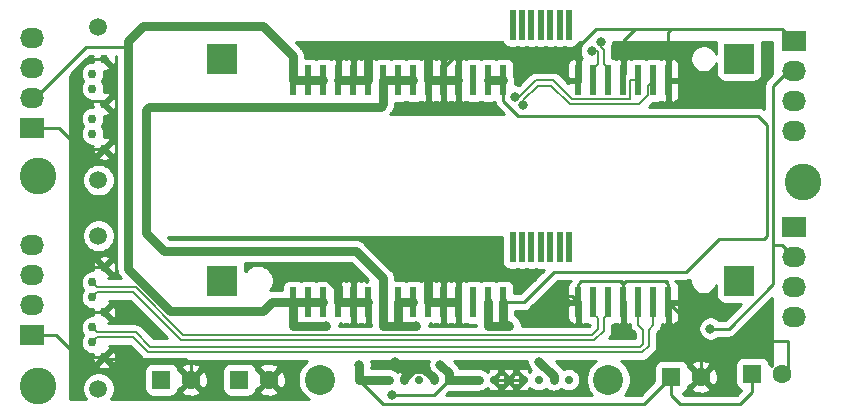
<source format=gbr>
%TF.GenerationSoftware,KiCad,Pcbnew,(5.1.10)-1*%
%TF.CreationDate,2021-07-14T07:55:42+08:00*%
%TF.ProjectId,2.5_SAS_Backend,322e355f-5341-4535-9f42-61636b656e64,rev?*%
%TF.SameCoordinates,Original*%
%TF.FileFunction,Copper,L2,Bot*%
%TF.FilePolarity,Positive*%
%FSLAX46Y46*%
G04 Gerber Fmt 4.6, Leading zero omitted, Abs format (unit mm)*
G04 Created by KiCad (PCBNEW (5.1.10)-1) date 2021-07-14 07:55:42*
%MOMM*%
%LPD*%
G01*
G04 APERTURE LIST*
%TA.AperFunction,ComponentPad*%
%ADD10C,1.600000*%
%TD*%
%TA.AperFunction,ComponentPad*%
%ADD11R,1.600000X1.600000*%
%TD*%
%TA.AperFunction,ComponentPad*%
%ADD12R,2.030000X1.730000*%
%TD*%
%TA.AperFunction,ComponentPad*%
%ADD13O,2.030000X1.730000*%
%TD*%
%TA.AperFunction,ComponentPad*%
%ADD14C,0.700000*%
%TD*%
%TA.AperFunction,WasherPad*%
%ADD15C,2.540000*%
%TD*%
%TA.AperFunction,WasherPad*%
%ADD16C,1.500000*%
%TD*%
%TA.AperFunction,ComponentPad*%
%ADD17C,0.750000*%
%TD*%
%TA.AperFunction,SMDPad,CuDef*%
%ADD18R,2.600000X2.600000*%
%TD*%
%TA.AperFunction,SMDPad,CuDef*%
%ADD19R,0.600000X2.530000*%
%TD*%
%TA.AperFunction,SMDPad,CuDef*%
%ADD20R,0.500000X2.530000*%
%TD*%
%TA.AperFunction,ViaPad*%
%ADD21C,3.100000*%
%TD*%
%TA.AperFunction,ViaPad*%
%ADD22C,0.800000*%
%TD*%
%TA.AperFunction,Conductor*%
%ADD23C,0.750000*%
%TD*%
%TA.AperFunction,Conductor*%
%ADD24C,0.250000*%
%TD*%
%TA.AperFunction,Conductor*%
%ADD25C,0.200000*%
%TD*%
%TA.AperFunction,Conductor*%
%ADD26C,0.254000*%
%TD*%
%TA.AperFunction,Conductor*%
%ADD27C,0.100000*%
%TD*%
G04 APERTURE END LIST*
D10*
%TO.P,C1,2*%
%TO.N,GND*%
X47204000Y-64262000D03*
D11*
%TO.P,C1,1*%
%TO.N,+5V*%
X44704000Y-64262000D03*
%TD*%
D12*
%TO.P,M4,1*%
%TO.N,GND*%
X33782000Y-60452000D03*
D13*
%TO.P,M4,2*%
%TO.N,+12V*%
X33782000Y-57912000D03*
%TO.P,M4,3*%
%TO.N,N/C*%
X33782000Y-55372000D03*
%TO.P,M4,4*%
X33782000Y-52832000D03*
%TD*%
D12*
%TO.P,M3,1*%
%TO.N,GND*%
X33782000Y-42926000D03*
D13*
%TO.P,M3,2*%
%TO.N,+12V*%
X33782000Y-40386000D03*
%TO.P,M3,3*%
%TO.N,N/C*%
X33782000Y-37846000D03*
%TO.P,M3,4*%
X33782000Y-35306000D03*
%TD*%
D12*
%TO.P,M2,1*%
%TO.N,GND*%
X98298000Y-35560000D03*
D13*
%TO.P,M2,2*%
%TO.N,+5V*%
X98298000Y-38100000D03*
%TO.P,M2,3*%
%TO.N,N/C*%
X98298000Y-40640000D03*
%TO.P,M2,4*%
X98298000Y-43180000D03*
%TD*%
D12*
%TO.P,M1,1*%
%TO.N,GND*%
X98298000Y-51308000D03*
D13*
%TO.P,M1,2*%
%TO.N,+5V*%
X98298000Y-53848000D03*
%TO.P,M1,3*%
%TO.N,N/C*%
X98298000Y-56388000D03*
%TO.P,M1,4*%
X98298000Y-58928000D03*
%TD*%
D10*
%TO.P,C4,2*%
%TO.N,GND*%
X97242000Y-63754000D03*
D11*
%TO.P,C4,1*%
%TO.N,+12V*%
X94742000Y-63754000D03*
%TD*%
D10*
%TO.P,C3,2*%
%TO.N,GND*%
X90384000Y-64008000D03*
D11*
%TO.P,C3,1*%
%TO.N,+12V*%
X87884000Y-64008000D03*
%TD*%
D10*
%TO.P,C2,2*%
%TO.N,GND*%
X53808000Y-64262000D03*
D11*
%TO.P,C2,1*%
%TO.N,+5V*%
X51308000Y-64262000D03*
%TD*%
D14*
%TO.P,U2,14*%
%TO.N,+12V*%
X62680000Y-64262000D03*
%TO.P,U2,13*%
X63950000Y-64262000D03*
%TO.P,U2,15*%
X61410000Y-64262000D03*
%TO.P,U2,10*%
%TO.N,GND*%
X67760000Y-64262000D03*
%TO.P,U2,12*%
X65220000Y-64262000D03*
%TO.P,U2,11*%
%TO.N,N/C*%
X66490000Y-64262000D03*
%TO.P,U2,9*%
%TO.N,+5V*%
X69030000Y-64262000D03*
%TO.P,U2,8*%
X70300000Y-64262000D03*
%TO.P,U2,7*%
X71570000Y-64262000D03*
%TO.P,U2,6*%
%TO.N,GND*%
X72840000Y-64262000D03*
%TO.P,U2,5*%
X74110000Y-64262000D03*
%TO.P,U2,4*%
X75380000Y-64262000D03*
%TO.P,U2,3*%
%TO.N,N/C*%
X76650000Y-64262000D03*
%TO.P,U2,2*%
%TO.N,+3V3*%
X77920000Y-64262000D03*
%TO.P,U2,1*%
X79190000Y-64262000D03*
D15*
%TO.P,U2,*%
%TO.N,*%
X58140600Y-64262000D03*
X82550000Y-64262000D03*
%TD*%
D16*
%TO.P,U5,*%
%TO.N,*%
X39370000Y-52084000D03*
X39370000Y-65024000D03*
D17*
%TO.P,U5,7*%
%TO.N,GND*%
X39870000Y-54744000D03*
%TO.P,U5,6*%
%TO.N,/S2_RXD_P*%
X38870000Y-56014000D03*
%TO.P,U5,5*%
%TO.N,/S2_RXD_N*%
X38870000Y-57284000D03*
%TO.P,U5,4*%
%TO.N,GND*%
X39870000Y-58554000D03*
%TO.P,U5,3*%
%TO.N,/S2_TXD_N*%
X38870000Y-59824000D03*
%TO.P,U5,2*%
%TO.N,/S2_TXD_P*%
X38870000Y-61094000D03*
%TO.P,U5,1*%
%TO.N,GND*%
X39870000Y-62364000D03*
%TD*%
D16*
%TO.P,U3,*%
%TO.N,*%
X39370000Y-34424000D03*
X39370000Y-47364000D03*
D17*
%TO.P,U3,7*%
%TO.N,GND*%
X39870000Y-37084000D03*
%TO.P,U3,6*%
%TO.N,/S1_RXD_P*%
X38870000Y-38354000D03*
%TO.P,U3,5*%
%TO.N,/S1_RXD_N*%
X38870000Y-39624000D03*
%TO.P,U3,4*%
%TO.N,GND*%
X39870000Y-40894000D03*
%TO.P,U3,3*%
%TO.N,/S1_TXD_N*%
X38870000Y-42164000D03*
%TO.P,U3,2*%
%TO.N,/S1_TXD_P*%
X38870000Y-43434000D03*
%TO.P,U3,1*%
%TO.N,GND*%
X39870000Y-44704000D03*
%TD*%
D18*
%TO.P,U4,*%
%TO.N,*%
X93630000Y-55880000D03*
X49880000Y-55880000D03*
D19*
%TO.P,U4,1*%
%TO.N,GND*%
X87630000Y-57710000D03*
%TO.P,U4,2*%
%TO.N,/S2_TXD_P*%
X86360000Y-57710000D03*
%TO.P,U4,3*%
%TO.N,/S2_TXD_N*%
X85090000Y-57710000D03*
%TO.P,U4,4*%
%TO.N,GND*%
X83820000Y-57710000D03*
%TO.P,U4,5*%
%TO.N,/S2_RXD_N*%
X82550000Y-57710000D03*
%TO.P,U4,6*%
%TO.N,/S2_RXD_P*%
X81280000Y-57710000D03*
%TO.P,U4,7*%
%TO.N,GND*%
X80010000Y-57710000D03*
D20*
%TO.P,U4,8*%
%TO.N,N/C*%
X79235000Y-53040000D03*
%TO.P,U4,9*%
X78435000Y-53040000D03*
%TO.P,U4,10*%
X77635000Y-53040000D03*
%TO.P,U4,11*%
X76835000Y-53040000D03*
%TO.P,U4,12*%
X76035000Y-53040000D03*
%TO.P,U4,13*%
X75235000Y-53040000D03*
%TO.P,U4,14*%
X74435000Y-53040000D03*
D19*
%TO.P,U4,15*%
%TO.N,+3V3*%
X73660000Y-57710000D03*
%TO.P,U4,16*%
X72390000Y-57710000D03*
%TO.P,U4,17*%
%TO.N,N/C*%
X71120000Y-57710000D03*
%TO.P,U4,18*%
%TO.N,GND*%
X69850000Y-57710000D03*
%TO.P,U4,19*%
X68580000Y-57710000D03*
%TO.P,U4,20*%
X67310000Y-57710000D03*
%TO.P,U4,21*%
%TO.N,+5V*%
X66040000Y-57710000D03*
%TO.P,U4,22*%
X64770000Y-57710000D03*
%TO.P,U4,23*%
X63500000Y-57710000D03*
%TO.P,U4,24*%
%TO.N,GND*%
X62230000Y-57710000D03*
%TO.P,U4,25*%
X60960000Y-57710000D03*
%TO.P,U4,26*%
X59690000Y-57710000D03*
%TO.P,U4,27*%
%TO.N,+12V*%
X58420000Y-57710000D03*
%TO.P,U4,28*%
X57150000Y-57710000D03*
%TO.P,U4,29*%
X55880000Y-57710000D03*
%TD*%
D18*
%TO.P,U1,*%
%TO.N,*%
X93630000Y-37084000D03*
X49880000Y-37084000D03*
D19*
%TO.P,U1,1*%
%TO.N,GND*%
X87630000Y-38914000D03*
%TO.P,U1,2*%
%TO.N,/S1_TXD_P*%
X86360000Y-38914000D03*
%TO.P,U1,3*%
%TO.N,/S1_TXD_N*%
X85090000Y-38914000D03*
%TO.P,U1,4*%
%TO.N,GND*%
X83820000Y-38914000D03*
%TO.P,U1,5*%
%TO.N,/S1_RXD_N*%
X82550000Y-38914000D03*
%TO.P,U1,6*%
%TO.N,/S1_RXD_P*%
X81280000Y-38914000D03*
%TO.P,U1,7*%
%TO.N,GND*%
X80010000Y-38914000D03*
D20*
%TO.P,U1,8*%
%TO.N,N/C*%
X79235000Y-34244000D03*
%TO.P,U1,9*%
X78435000Y-34244000D03*
%TO.P,U1,10*%
X77635000Y-34244000D03*
%TO.P,U1,11*%
X76835000Y-34244000D03*
%TO.P,U1,12*%
X76035000Y-34244000D03*
%TO.P,U1,13*%
X75235000Y-34244000D03*
%TO.P,U1,14*%
X74435000Y-34244000D03*
D19*
%TO.P,U1,15*%
%TO.N,+3V3*%
X73660000Y-38914000D03*
%TO.P,U1,16*%
X72390000Y-38914000D03*
%TO.P,U1,17*%
%TO.N,N/C*%
X71120000Y-38914000D03*
%TO.P,U1,18*%
%TO.N,GND*%
X69850000Y-38914000D03*
%TO.P,U1,19*%
X68580000Y-38914000D03*
%TO.P,U1,20*%
X67310000Y-38914000D03*
%TO.P,U1,21*%
%TO.N,+5V*%
X66040000Y-38914000D03*
%TO.P,U1,22*%
X64770000Y-38914000D03*
%TO.P,U1,23*%
X63500000Y-38914000D03*
%TO.P,U1,24*%
%TO.N,GND*%
X62230000Y-38914000D03*
%TO.P,U1,25*%
X60960000Y-38914000D03*
%TO.P,U1,26*%
X59690000Y-38914000D03*
%TO.P,U1,27*%
%TO.N,+12V*%
X58420000Y-38914000D03*
%TO.P,U1,28*%
X57150000Y-38914000D03*
%TO.P,U1,29*%
X55880000Y-38914000D03*
%TD*%
D21*
%TO.N,*%
X34290000Y-46990000D03*
X99060000Y-47498000D03*
X34290000Y-64770000D03*
D22*
%TO.N,+12V*%
X61468000Y-62992000D03*
X58674000Y-59690000D03*
%TO.N,GND*%
X58420000Y-55118000D03*
X65532000Y-53848000D03*
X76200000Y-55626000D03*
X77724000Y-57150000D03*
X64516000Y-62738000D03*
%TO.N,+5V*%
X68326000Y-62992000D03*
X66294000Y-59690000D03*
X64262000Y-65532000D03*
X91186000Y-59944000D03*
%TO.N,+3V3*%
X76708000Y-62738000D03*
X74168000Y-59690000D03*
%TO.N,/S1_TXD_P*%
X75347319Y-41033135D03*
%TO.N,/S1_TXD_N*%
X74604855Y-40290671D03*
%TO.N,/S1_RXD_N*%
X81905232Y-35696768D03*
%TO.N,/S1_RXD_P*%
X81162768Y-36439232D03*
%TD*%
D23*
%TO.N,+12V*%
X61410000Y-64262000D02*
X62680000Y-64262000D01*
X62680000Y-64262000D02*
X63950000Y-64262000D01*
X61410000Y-63050000D02*
X61468000Y-62992000D01*
X61410000Y-64262000D02*
X61410000Y-63050000D01*
X55880000Y-59690000D02*
X55880000Y-57710000D01*
X58674000Y-59690000D02*
X55880000Y-59690000D01*
X55880000Y-57710000D02*
X57150000Y-57710000D01*
X57150000Y-57710000D02*
X58420000Y-57710000D01*
D24*
X61410000Y-64262000D02*
X63442000Y-66294000D01*
X85598000Y-66294000D02*
X87884000Y-64008000D01*
X63442000Y-66294000D02*
X85598000Y-66294000D01*
X87884000Y-64008000D02*
X87884000Y-65532000D01*
X87884000Y-65532000D02*
X88646000Y-66294000D01*
X88646000Y-66294000D02*
X93726000Y-66294000D01*
X94742000Y-65278000D02*
X94742000Y-63754000D01*
X93726000Y-66294000D02*
X94742000Y-65278000D01*
D23*
X55880000Y-57710000D02*
X54050000Y-57710000D01*
X54050000Y-57710000D02*
X53340000Y-58420000D01*
X45468808Y-58420000D02*
X41910000Y-54861192D01*
X53340000Y-58420000D02*
X45468808Y-58420000D01*
X41910000Y-35560000D02*
X43180000Y-34290000D01*
X55880000Y-36899000D02*
X55880000Y-38914000D01*
X53271000Y-34290000D02*
X55880000Y-36899000D01*
X43180000Y-34290000D02*
X53271000Y-34290000D01*
X55880000Y-38914000D02*
X57150000Y-38914000D01*
X57150000Y-38914000D02*
X58420000Y-38914000D01*
D24*
X33782000Y-40386000D02*
X34036000Y-40386000D01*
X34036000Y-40386000D02*
X38354000Y-36068000D01*
D23*
X41910000Y-36068000D02*
X41910000Y-35560000D01*
D24*
X38354000Y-36068000D02*
X41910000Y-36068000D01*
D23*
X41910000Y-54861192D02*
X41910000Y-36068000D01*
D24*
X33782000Y-57912000D02*
X34036000Y-57912000D01*
%TO.N,GND*%
X80010000Y-56195000D02*
X80325000Y-55880000D01*
X80010000Y-57710000D02*
X80010000Y-56195000D01*
X83505000Y-55880000D02*
X83820000Y-56195000D01*
X80325000Y-55880000D02*
X83505000Y-55880000D01*
X83820000Y-56195000D02*
X83820000Y-57710000D01*
X83820000Y-56195000D02*
X84135000Y-55880000D01*
X87630000Y-56195000D02*
X87630000Y-57710000D01*
X87315000Y-55880000D02*
X87630000Y-56195000D01*
X84135000Y-55880000D02*
X87315000Y-55880000D01*
X72840000Y-64262000D02*
X74110000Y-64262000D01*
X74110000Y-64262000D02*
X75380000Y-64262000D01*
X90384000Y-60464000D02*
X87630000Y-57710000D01*
X90384000Y-64008000D02*
X90384000Y-60464000D01*
X97790000Y-63206000D02*
X97242000Y-63754000D01*
X97790000Y-60960000D02*
X97790000Y-63206000D01*
X91440000Y-60960000D02*
X97790000Y-60960000D01*
X90384000Y-62016000D02*
X91440000Y-60960000D01*
X90384000Y-64008000D02*
X90384000Y-62016000D01*
D23*
X59690000Y-38914000D02*
X60960000Y-38914000D01*
X60960000Y-38914000D02*
X62230000Y-38914000D01*
X68580000Y-38914000D02*
X69850000Y-38914000D01*
X67310000Y-38914000D02*
X68580000Y-38914000D01*
X59690000Y-57710000D02*
X60960000Y-57710000D01*
X60960000Y-57710000D02*
X62230000Y-57710000D01*
X67310000Y-57710000D02*
X68580000Y-57710000D01*
X68580000Y-57710000D02*
X69544000Y-57710000D01*
D24*
X69544000Y-57710000D02*
X69850000Y-57710000D01*
D23*
X62230000Y-38914000D02*
X62230000Y-36576000D01*
X62230000Y-36576000D02*
X62738000Y-36068000D01*
X67310000Y-36899000D02*
X67310000Y-38914000D01*
X66479000Y-36068000D02*
X67310000Y-36899000D01*
X62738000Y-36068000D02*
X66479000Y-36068000D01*
D24*
X79502000Y-36576000D02*
X81534000Y-34544000D01*
X97282000Y-34544000D02*
X98298000Y-35560000D01*
X69850000Y-36576000D02*
X79502000Y-36576000D01*
X68580000Y-37846000D02*
X69850000Y-36576000D01*
X68580000Y-38914000D02*
X68580000Y-37846000D01*
X87630000Y-38914000D02*
X87630000Y-34798000D01*
X87630000Y-34798000D02*
X87884000Y-34544000D01*
X87884000Y-34544000D02*
X97282000Y-34544000D01*
X83820000Y-35560000D02*
X84836000Y-34544000D01*
X83820000Y-38914000D02*
X83820000Y-35560000D01*
X84836000Y-34544000D02*
X87884000Y-34544000D01*
X81534000Y-34544000D02*
X84836000Y-34544000D01*
X80010000Y-37084000D02*
X79502000Y-36576000D01*
X80010000Y-38914000D02*
X80010000Y-37084000D01*
D23*
X59690000Y-56388000D02*
X58420000Y-55118000D01*
X59690000Y-57710000D02*
X59690000Y-56388000D01*
X67310000Y-57710000D02*
X67310000Y-55626000D01*
X67310000Y-55626000D02*
X65532000Y-53848000D01*
D24*
X39870000Y-37084000D02*
X38354000Y-37084000D01*
X38354000Y-37084000D02*
X37084000Y-38354000D01*
X37084000Y-38354000D02*
X37084000Y-40640000D01*
X39616000Y-40640000D02*
X39870000Y-40894000D01*
X37084000Y-40640000D02*
X39616000Y-40640000D01*
X37084000Y-40640000D02*
X37084000Y-43942000D01*
X37846000Y-44704000D02*
X39870000Y-44704000D01*
X37084000Y-43942000D02*
X37846000Y-44704000D01*
X37084000Y-43942000D02*
X37084000Y-53340000D01*
X38488000Y-54744000D02*
X39870000Y-54744000D01*
X37084000Y-53340000D02*
X38488000Y-54744000D01*
X37084000Y-53340000D02*
X37084000Y-57912000D01*
X37726000Y-58554000D02*
X39870000Y-58554000D01*
X37084000Y-57912000D02*
X37726000Y-58554000D01*
X37084000Y-57912000D02*
X37084000Y-61722000D01*
X37726000Y-62364000D02*
X39870000Y-62364000D01*
X37084000Y-61722000D02*
X37726000Y-62364000D01*
X52284000Y-62738000D02*
X53808000Y-64262000D01*
X48728000Y-62738000D02*
X52284000Y-62738000D01*
X47204000Y-64262000D02*
X48728000Y-62738000D01*
X47204000Y-64262000D02*
X47204000Y-62952000D01*
X47204000Y-62952000D02*
X46736000Y-62484000D01*
X39990000Y-62484000D02*
X39870000Y-62364000D01*
X46736000Y-62484000D02*
X39990000Y-62484000D01*
X67310000Y-55626000D02*
X76200000Y-55626000D01*
X79450000Y-57150000D02*
X80010000Y-57710000D01*
X77724000Y-57150000D02*
X79450000Y-57150000D01*
X72840000Y-64262000D02*
X72840000Y-64574000D01*
D23*
X67760000Y-64162998D02*
X67760000Y-64262000D01*
X66934001Y-63336999D02*
X67760000Y-64162998D01*
X66045999Y-63336999D02*
X66934001Y-63336999D01*
X65220000Y-64162998D02*
X66045999Y-63336999D01*
X65220000Y-64262000D02*
X65220000Y-64162998D01*
X65114999Y-63336999D02*
X64516000Y-62738000D01*
X66045999Y-63336999D02*
X65114999Y-63336999D01*
D24*
X35814000Y-60452000D02*
X37084000Y-61722000D01*
X33782000Y-60452000D02*
X35814000Y-60452000D01*
X36068000Y-42926000D02*
X37084000Y-43942000D01*
X33782000Y-42926000D02*
X36068000Y-42926000D01*
D23*
%TO.N,+5V*%
X69030000Y-64262000D02*
X70300000Y-64262000D01*
X70300000Y-64262000D02*
X71570000Y-64262000D01*
X69030000Y-63696000D02*
X68326000Y-62992000D01*
X69030000Y-64262000D02*
X69030000Y-63696000D01*
X63500000Y-57710000D02*
X63500000Y-59690000D01*
X64770000Y-59690000D02*
X64770000Y-57710000D01*
X66294000Y-59690000D02*
X64770000Y-59690000D01*
X64770000Y-59690000D02*
X63500000Y-59690000D01*
X64770000Y-57710000D02*
X66040000Y-57710000D01*
D24*
X69030000Y-64262000D02*
X67760000Y-65532000D01*
X67760000Y-65532000D02*
X64262000Y-65532000D01*
D23*
X63281000Y-41148000D02*
X63500000Y-40929000D01*
X43434000Y-41402000D02*
X43688000Y-41148000D01*
X43434000Y-51816000D02*
X43434000Y-41402000D01*
X44958000Y-53340000D02*
X43434000Y-51816000D01*
X43688000Y-41148000D02*
X63281000Y-41148000D01*
X61145000Y-53340000D02*
X44958000Y-53340000D01*
X63500000Y-55695000D02*
X61145000Y-53340000D01*
X63500000Y-40929000D02*
X63500000Y-38914000D01*
X63500000Y-57710000D02*
X63500000Y-55695000D01*
X63500000Y-38914000D02*
X64770000Y-38914000D01*
X64770000Y-38914000D02*
X66040000Y-38914000D01*
D24*
X98298000Y-38100000D02*
X97790000Y-38100000D01*
X97790000Y-38100000D02*
X96520000Y-39370000D01*
X96520000Y-39370000D02*
X96520000Y-52832000D01*
X97282000Y-52832000D02*
X98298000Y-53848000D01*
X96520000Y-52832000D02*
X97282000Y-52832000D01*
X96520000Y-56175002D02*
X92751002Y-59944000D01*
X96520000Y-52832000D02*
X96520000Y-56175002D01*
X92751002Y-59944000D02*
X91186000Y-59944000D01*
D23*
%TO.N,+3V3*%
X77920000Y-63950000D02*
X76708000Y-62738000D01*
X77920000Y-64262000D02*
X77920000Y-63950000D01*
X72390000Y-59690000D02*
X72390000Y-57710000D01*
X73660000Y-59690000D02*
X73660000Y-57710000D01*
X74168000Y-59690000D02*
X73660000Y-59690000D01*
X73660000Y-59690000D02*
X72390000Y-59690000D01*
X72390000Y-38914000D02*
X73660000Y-38914000D01*
X73660000Y-57710000D02*
X73660000Y-57658000D01*
D24*
X73660000Y-57710000D02*
X75386000Y-57710000D01*
X75386000Y-57710000D02*
X77978000Y-55118000D01*
X89154000Y-55118000D02*
X91948000Y-52324000D01*
X77978000Y-55118000D02*
X89154000Y-55118000D01*
X91948000Y-52324000D02*
X95758000Y-52324000D01*
X95758000Y-52324000D02*
X96012000Y-52070000D01*
X96012000Y-52070000D02*
X96012000Y-42685012D01*
X95236988Y-41910000D02*
X95243494Y-41916506D01*
X96012000Y-42685012D02*
X95243494Y-41916506D01*
X73660000Y-38914000D02*
X73660000Y-40429000D01*
X73660000Y-40429000D02*
X73660000Y-40640000D01*
X73660000Y-40640000D02*
X74930000Y-41910000D01*
X74930000Y-41910000D02*
X95250000Y-41910000D01*
D25*
%TO.N,/S1_TXD_P*%
X86360000Y-38914000D02*
X85910000Y-39364000D01*
X75354837Y-40601352D02*
X75354837Y-40650663D01*
X75354837Y-40650663D02*
X75347319Y-40658181D01*
X85910000Y-39364000D02*
X85910000Y-40199002D01*
X85910000Y-40199002D02*
X85180010Y-40928992D01*
X76592189Y-39364000D02*
X75354837Y-40601352D01*
X85180010Y-40928992D02*
X79283607Y-40928992D01*
X79283607Y-40928992D02*
X77718615Y-39364000D01*
X77718615Y-39364000D02*
X76592189Y-39364000D01*
X75347319Y-40658181D02*
X75347319Y-41033135D01*
%TO.N,/S1_TXD_N*%
X74979809Y-40290671D02*
X74604855Y-40290671D01*
X75036638Y-40283153D02*
X74987327Y-40283153D01*
X76405791Y-38914000D02*
X75036638Y-40283153D01*
X79469999Y-40479001D02*
X77904998Y-38914000D01*
X77904998Y-38914000D02*
X76405791Y-38914000D01*
X84360001Y-40479001D02*
X79469999Y-40479001D01*
X84420001Y-40419001D02*
X84360001Y-40479001D01*
X85090000Y-38914000D02*
X84420001Y-38914000D01*
X84420001Y-38914000D02*
X84420001Y-40419001D01*
X74987327Y-40283153D02*
X74979809Y-40290671D01*
%TO.N,/S1_RXD_N*%
X82550000Y-37949000D02*
X82140000Y-37539000D01*
X82550000Y-38914000D02*
X82550000Y-37949000D01*
X82140000Y-37539000D02*
X82140000Y-36355801D01*
X81905232Y-36121033D02*
X81905232Y-35696768D01*
X82140000Y-36355801D02*
X81905232Y-36121033D01*
%TO.N,/S1_RXD_P*%
X81280000Y-37949000D02*
X81690000Y-37539000D01*
X81280000Y-38914000D02*
X81280000Y-37949000D01*
X81587033Y-36439232D02*
X81162768Y-36439232D01*
X81690000Y-36542199D02*
X81587033Y-36439232D01*
X81690000Y-37539000D02*
X81690000Y-36542199D01*
%TO.N,/S2_TXD_P*%
X86360000Y-57710000D02*
X86360000Y-59607501D01*
X85950000Y-60017501D02*
X85950000Y-61434200D01*
X39280000Y-60684000D02*
X38870000Y-61094000D01*
X85950000Y-61434200D02*
X85437200Y-61947000D01*
X85437200Y-61947000D02*
X43594800Y-61947000D01*
X43594800Y-61947000D02*
X42331800Y-60684000D01*
X42331800Y-60684000D02*
X39280000Y-60684000D01*
X86360000Y-59607501D02*
X85950000Y-60017501D01*
%TO.N,/S2_TXD_N*%
X43781200Y-61497000D02*
X42518200Y-60234000D01*
X39280000Y-60234000D02*
X38870000Y-59824000D01*
X42518200Y-60234000D02*
X39280000Y-60234000D01*
X85090000Y-57710000D02*
X85090000Y-59607501D01*
X85090000Y-59607501D02*
X85500000Y-60017501D01*
X85500000Y-60017501D02*
X85500000Y-61247800D01*
X85500000Y-61247800D02*
X85250800Y-61497000D01*
X85250800Y-61497000D02*
X43781200Y-61497000D01*
%TO.N,/S2_RXD_N*%
X82140000Y-59085000D02*
X82140000Y-60164200D01*
X82550000Y-58675000D02*
X82140000Y-59085000D01*
X82550000Y-57710000D02*
X82550000Y-58675000D01*
X82140000Y-60164200D02*
X81373200Y-60931000D01*
X81373200Y-60931000D02*
X46388800Y-60931000D01*
X39280000Y-56874000D02*
X38870000Y-57284000D01*
X42331800Y-56874000D02*
X39280000Y-56874000D01*
X46388800Y-60931000D02*
X42331800Y-56874000D01*
%TO.N,/S2_RXD_P*%
X81690000Y-59085000D02*
X81690000Y-59977800D01*
X81280000Y-58675000D02*
X81690000Y-59085000D01*
X81280000Y-57710000D02*
X81280000Y-58675000D01*
X81690000Y-59977800D02*
X81186800Y-60481000D01*
X81186800Y-60481000D02*
X46575200Y-60481000D01*
X39280000Y-56424000D02*
X38870000Y-56014000D01*
X42518200Y-56424000D02*
X39280000Y-56424000D01*
X46575200Y-60481000D02*
X42518200Y-56424000D01*
%TD*%
D26*
%TO.N,GND*%
X38861265Y-36972433D02*
X38858882Y-37171372D01*
X38891076Y-37344000D01*
X38770524Y-37344000D01*
X38575394Y-37382814D01*
X38391586Y-37458950D01*
X38226163Y-37569482D01*
X38085482Y-37710163D01*
X37974950Y-37875586D01*
X37898814Y-38059394D01*
X37860000Y-38254524D01*
X37860000Y-38453476D01*
X37898814Y-38648606D01*
X37974950Y-38832414D01*
X38079577Y-38989000D01*
X37974950Y-39145586D01*
X37898814Y-39329394D01*
X37860000Y-39524524D01*
X37860000Y-39723476D01*
X37898814Y-39918606D01*
X37974950Y-40102414D01*
X38085482Y-40267837D01*
X38226163Y-40408518D01*
X38391586Y-40519050D01*
X38575394Y-40595186D01*
X38770524Y-40634000D01*
X38892643Y-40634000D01*
X38861265Y-40782433D01*
X38858882Y-40981372D01*
X38891076Y-41154000D01*
X38770524Y-41154000D01*
X38575394Y-41192814D01*
X38391586Y-41268950D01*
X38226163Y-41379482D01*
X38085482Y-41520163D01*
X37974950Y-41685586D01*
X37898814Y-41869394D01*
X37860000Y-42064524D01*
X37860000Y-42263476D01*
X37898814Y-42458606D01*
X37974950Y-42642414D01*
X38079577Y-42799000D01*
X37974950Y-42955586D01*
X37898814Y-43139394D01*
X37860000Y-43334524D01*
X37860000Y-43533476D01*
X37898814Y-43728606D01*
X37974950Y-43912414D01*
X38085482Y-44077837D01*
X38226163Y-44218518D01*
X38391586Y-44329050D01*
X38575394Y-44405186D01*
X38770524Y-44444000D01*
X38892643Y-44444000D01*
X38861265Y-44592433D01*
X38858882Y-44791372D01*
X38895356Y-44986952D01*
X38969285Y-45171659D01*
X38980745Y-45193101D01*
X39181515Y-45212880D01*
X39690395Y-44704000D01*
X40049605Y-44704000D01*
X40558485Y-45212880D01*
X40759255Y-45193101D01*
X40837587Y-45010218D01*
X40878735Y-44815567D01*
X40881118Y-44616628D01*
X40844644Y-44421048D01*
X40770715Y-44236341D01*
X40759255Y-44214899D01*
X40558485Y-44195120D01*
X40049605Y-44704000D01*
X39690395Y-44704000D01*
X39676253Y-44689858D01*
X39855858Y-44510253D01*
X39870000Y-44524395D01*
X40378880Y-44015515D01*
X40359101Y-43814745D01*
X40176218Y-43736413D01*
X39981567Y-43695265D01*
X39848136Y-43693667D01*
X39880000Y-43533476D01*
X39880000Y-43334524D01*
X39841186Y-43139394D01*
X39765050Y-42955586D01*
X39660423Y-42799000D01*
X39765050Y-42642414D01*
X39841186Y-42458606D01*
X39880000Y-42263476D01*
X39880000Y-42064524D01*
X39848031Y-41903808D01*
X39957372Y-41905118D01*
X40152952Y-41868644D01*
X40337659Y-41794715D01*
X40359101Y-41783255D01*
X40378880Y-41582485D01*
X39870000Y-41073605D01*
X39855858Y-41087748D01*
X39676253Y-40908143D01*
X39690395Y-40894000D01*
X40049605Y-40894000D01*
X40558485Y-41402880D01*
X40759255Y-41383101D01*
X40837587Y-41200218D01*
X40878735Y-41005567D01*
X40881118Y-40806628D01*
X40844644Y-40611048D01*
X40770715Y-40426341D01*
X40759255Y-40404899D01*
X40558485Y-40385120D01*
X40049605Y-40894000D01*
X39690395Y-40894000D01*
X39676253Y-40879858D01*
X39855858Y-40700253D01*
X39870000Y-40714395D01*
X40378880Y-40205515D01*
X40359101Y-40004745D01*
X40176218Y-39926413D01*
X39981567Y-39885265D01*
X39848136Y-39883667D01*
X39880000Y-39723476D01*
X39880000Y-39524524D01*
X39841186Y-39329394D01*
X39765050Y-39145586D01*
X39660423Y-38989000D01*
X39765050Y-38832414D01*
X39841186Y-38648606D01*
X39880000Y-38453476D01*
X39880000Y-38254524D01*
X39848031Y-38093808D01*
X39957372Y-38095118D01*
X40152952Y-38058644D01*
X40337659Y-37984715D01*
X40359101Y-37973255D01*
X40378880Y-37772485D01*
X39870000Y-37263605D01*
X39855858Y-37277748D01*
X39676253Y-37098143D01*
X39690395Y-37084000D01*
X39676253Y-37069858D01*
X39855858Y-36890253D01*
X39870000Y-36904395D01*
X39884143Y-36890253D01*
X40063748Y-37069858D01*
X40049605Y-37084000D01*
X40558485Y-37592880D01*
X40759255Y-37573101D01*
X40837587Y-37390218D01*
X40878735Y-37195567D01*
X40881118Y-36996628D01*
X40849670Y-36828000D01*
X40900001Y-36828000D01*
X40900000Y-54811584D01*
X40895114Y-54861192D01*
X40914615Y-55059186D01*
X40966274Y-55229482D01*
X40972368Y-55249571D01*
X41066153Y-55425032D01*
X41192367Y-55578825D01*
X41230906Y-55610453D01*
X41309453Y-55689000D01*
X40227016Y-55689000D01*
X40337659Y-55644715D01*
X40359101Y-55633255D01*
X40378880Y-55432485D01*
X39870000Y-54923605D01*
X39855858Y-54937748D01*
X39676253Y-54758143D01*
X39690395Y-54744000D01*
X40049605Y-54744000D01*
X40558485Y-55252880D01*
X40759255Y-55233101D01*
X40837587Y-55050218D01*
X40878735Y-54855567D01*
X40881118Y-54656628D01*
X40844644Y-54461048D01*
X40770715Y-54276341D01*
X40759255Y-54254899D01*
X40558485Y-54235120D01*
X40049605Y-54744000D01*
X39690395Y-54744000D01*
X39181515Y-54235120D01*
X38980745Y-54254899D01*
X38902413Y-54437782D01*
X38861265Y-54632433D01*
X38858882Y-54831372D01*
X38891076Y-55004000D01*
X38770524Y-55004000D01*
X38575394Y-55042814D01*
X38391586Y-55118950D01*
X38226163Y-55229482D01*
X38085482Y-55370163D01*
X37974950Y-55535586D01*
X37898814Y-55719394D01*
X37860000Y-55914524D01*
X37860000Y-56113476D01*
X37898814Y-56308606D01*
X37974950Y-56492414D01*
X38079577Y-56649000D01*
X37974950Y-56805586D01*
X37898814Y-56989394D01*
X37860000Y-57184524D01*
X37860000Y-57383476D01*
X37898814Y-57578606D01*
X37974950Y-57762414D01*
X38085482Y-57927837D01*
X38226163Y-58068518D01*
X38391586Y-58179050D01*
X38575394Y-58255186D01*
X38770524Y-58294000D01*
X38892643Y-58294000D01*
X38861265Y-58442433D01*
X38858882Y-58641372D01*
X38891076Y-58814000D01*
X38770524Y-58814000D01*
X38575394Y-58852814D01*
X38391586Y-58928950D01*
X38226163Y-59039482D01*
X38085482Y-59180163D01*
X37974950Y-59345586D01*
X37898814Y-59529394D01*
X37860000Y-59724524D01*
X37860000Y-59923476D01*
X37898814Y-60118606D01*
X37974950Y-60302414D01*
X38079577Y-60459000D01*
X37974950Y-60615586D01*
X37898814Y-60799394D01*
X37860000Y-60994524D01*
X37860000Y-61193476D01*
X37898814Y-61388606D01*
X37974950Y-61572414D01*
X38085482Y-61737837D01*
X38226163Y-61878518D01*
X38391586Y-61989050D01*
X38575394Y-62065186D01*
X38770524Y-62104000D01*
X38892643Y-62104000D01*
X38861265Y-62252433D01*
X38858882Y-62451372D01*
X38895356Y-62646952D01*
X38969285Y-62831659D01*
X38980745Y-62853101D01*
X39181515Y-62872880D01*
X39690395Y-62364000D01*
X40049605Y-62364000D01*
X40558485Y-62872880D01*
X40759255Y-62853101D01*
X40837587Y-62670218D01*
X40878735Y-62475567D01*
X40881118Y-62276628D01*
X40844644Y-62081048D01*
X40770715Y-61896341D01*
X40759255Y-61874899D01*
X40558485Y-61855120D01*
X40049605Y-62364000D01*
X39690395Y-62364000D01*
X39676253Y-62349858D01*
X39855858Y-62170253D01*
X39870000Y-62184395D01*
X40378880Y-61675515D01*
X40359101Y-61474745D01*
X40228952Y-61419000D01*
X42027354Y-61419000D01*
X43049546Y-62441193D01*
X43072562Y-62469238D01*
X43100606Y-62492253D01*
X43184480Y-62561087D01*
X43312166Y-62629337D01*
X43450715Y-62671365D01*
X43594800Y-62685556D01*
X43630905Y-62682000D01*
X57076328Y-62682000D01*
X56926234Y-62782290D01*
X56660890Y-63047634D01*
X56452411Y-63359644D01*
X56308809Y-63706332D01*
X56235600Y-64074374D01*
X56235600Y-64449626D01*
X56308809Y-64817668D01*
X56452411Y-65164356D01*
X56660890Y-65476366D01*
X56926234Y-65741710D01*
X57182587Y-65913000D01*
X40439685Y-65913000D01*
X40445799Y-65906886D01*
X40597371Y-65680043D01*
X40701775Y-65427989D01*
X40755000Y-65160411D01*
X40755000Y-64887589D01*
X40701775Y-64620011D01*
X40597371Y-64367957D01*
X40445799Y-64141114D01*
X40252886Y-63948201D01*
X40026043Y-63796629D01*
X39773989Y-63692225D01*
X39506411Y-63639000D01*
X39233589Y-63639000D01*
X38966011Y-63692225D01*
X38713957Y-63796629D01*
X38487114Y-63948201D01*
X38294201Y-64141114D01*
X38142629Y-64367957D01*
X38038225Y-64620011D01*
X37985000Y-64887589D01*
X37985000Y-65160411D01*
X38038225Y-65427989D01*
X38142629Y-65680043D01*
X38294201Y-65906886D01*
X38300315Y-65913000D01*
X36957000Y-65913000D01*
X36957000Y-63462000D01*
X43265928Y-63462000D01*
X43265928Y-65062000D01*
X43278188Y-65186482D01*
X43314498Y-65306180D01*
X43373463Y-65416494D01*
X43452815Y-65513185D01*
X43549506Y-65592537D01*
X43659820Y-65651502D01*
X43779518Y-65687812D01*
X43904000Y-65700072D01*
X45504000Y-65700072D01*
X45628482Y-65687812D01*
X45748180Y-65651502D01*
X45858494Y-65592537D01*
X45955185Y-65513185D01*
X46034537Y-65416494D01*
X46093502Y-65306180D01*
X46109117Y-65254702D01*
X46390903Y-65254702D01*
X46462486Y-65498671D01*
X46717996Y-65619571D01*
X46992184Y-65688300D01*
X47274512Y-65702217D01*
X47554130Y-65660787D01*
X47820292Y-65565603D01*
X47945514Y-65498671D01*
X48017097Y-65254702D01*
X47204000Y-64441605D01*
X46390903Y-65254702D01*
X46109117Y-65254702D01*
X46129812Y-65186482D01*
X46142072Y-65062000D01*
X46142072Y-65054785D01*
X46211298Y-65075097D01*
X47024395Y-64262000D01*
X47383605Y-64262000D01*
X48196702Y-65075097D01*
X48440671Y-65003514D01*
X48561571Y-64748004D01*
X48630300Y-64473816D01*
X48644217Y-64191488D01*
X48602787Y-63911870D01*
X48507603Y-63645708D01*
X48440671Y-63520486D01*
X48241340Y-63462000D01*
X49869928Y-63462000D01*
X49869928Y-65062000D01*
X49882188Y-65186482D01*
X49918498Y-65306180D01*
X49977463Y-65416494D01*
X50056815Y-65513185D01*
X50153506Y-65592537D01*
X50263820Y-65651502D01*
X50383518Y-65687812D01*
X50508000Y-65700072D01*
X52108000Y-65700072D01*
X52232482Y-65687812D01*
X52352180Y-65651502D01*
X52462494Y-65592537D01*
X52559185Y-65513185D01*
X52638537Y-65416494D01*
X52697502Y-65306180D01*
X52713117Y-65254702D01*
X52994903Y-65254702D01*
X53066486Y-65498671D01*
X53321996Y-65619571D01*
X53596184Y-65688300D01*
X53878512Y-65702217D01*
X54158130Y-65660787D01*
X54424292Y-65565603D01*
X54549514Y-65498671D01*
X54621097Y-65254702D01*
X53808000Y-64441605D01*
X52994903Y-65254702D01*
X52713117Y-65254702D01*
X52733812Y-65186482D01*
X52746072Y-65062000D01*
X52746072Y-65054785D01*
X52815298Y-65075097D01*
X53628395Y-64262000D01*
X53987605Y-64262000D01*
X54800702Y-65075097D01*
X55044671Y-65003514D01*
X55165571Y-64748004D01*
X55234300Y-64473816D01*
X55248217Y-64191488D01*
X55206787Y-63911870D01*
X55111603Y-63645708D01*
X55044671Y-63520486D01*
X54800702Y-63448903D01*
X53987605Y-64262000D01*
X53628395Y-64262000D01*
X52815298Y-63448903D01*
X52746072Y-63469215D01*
X52746072Y-63462000D01*
X52733812Y-63337518D01*
X52713118Y-63269298D01*
X52994903Y-63269298D01*
X53808000Y-64082395D01*
X54621097Y-63269298D01*
X54549514Y-63025329D01*
X54294004Y-62904429D01*
X54019816Y-62835700D01*
X53737488Y-62821783D01*
X53457870Y-62863213D01*
X53191708Y-62958397D01*
X53066486Y-63025329D01*
X52994903Y-63269298D01*
X52713118Y-63269298D01*
X52697502Y-63217820D01*
X52638537Y-63107506D01*
X52559185Y-63010815D01*
X52462494Y-62931463D01*
X52352180Y-62872498D01*
X52232482Y-62836188D01*
X52108000Y-62823928D01*
X50508000Y-62823928D01*
X50383518Y-62836188D01*
X50263820Y-62872498D01*
X50153506Y-62931463D01*
X50056815Y-63010815D01*
X49977463Y-63107506D01*
X49918498Y-63217820D01*
X49882188Y-63337518D01*
X49869928Y-63462000D01*
X48241340Y-63462000D01*
X48196702Y-63448903D01*
X47383605Y-64262000D01*
X47024395Y-64262000D01*
X46211298Y-63448903D01*
X46142072Y-63469215D01*
X46142072Y-63462000D01*
X46129812Y-63337518D01*
X46109118Y-63269298D01*
X46390903Y-63269298D01*
X47204000Y-64082395D01*
X48017097Y-63269298D01*
X47945514Y-63025329D01*
X47690004Y-62904429D01*
X47415816Y-62835700D01*
X47133488Y-62821783D01*
X46853870Y-62863213D01*
X46587708Y-62958397D01*
X46462486Y-63025329D01*
X46390903Y-63269298D01*
X46109118Y-63269298D01*
X46093502Y-63217820D01*
X46034537Y-63107506D01*
X45955185Y-63010815D01*
X45858494Y-62931463D01*
X45748180Y-62872498D01*
X45628482Y-62836188D01*
X45504000Y-62823928D01*
X43904000Y-62823928D01*
X43779518Y-62836188D01*
X43659820Y-62872498D01*
X43549506Y-62931463D01*
X43452815Y-63010815D01*
X43373463Y-63107506D01*
X43314498Y-63217820D01*
X43278188Y-63337518D01*
X43265928Y-63462000D01*
X36957000Y-63462000D01*
X36957000Y-63052485D01*
X39361120Y-63052485D01*
X39380899Y-63253255D01*
X39563782Y-63331587D01*
X39758433Y-63372735D01*
X39957372Y-63375118D01*
X40152952Y-63338644D01*
X40337659Y-63264715D01*
X40359101Y-63253255D01*
X40378880Y-63052485D01*
X39870000Y-62543605D01*
X39361120Y-63052485D01*
X36957000Y-63052485D01*
X36957000Y-54055515D01*
X39361120Y-54055515D01*
X39870000Y-54564395D01*
X40378880Y-54055515D01*
X40359101Y-53854745D01*
X40176218Y-53776413D01*
X39981567Y-53735265D01*
X39782628Y-53732882D01*
X39587048Y-53769356D01*
X39402341Y-53843285D01*
X39380899Y-53854745D01*
X39361120Y-54055515D01*
X36957000Y-54055515D01*
X36957000Y-51947589D01*
X37985000Y-51947589D01*
X37985000Y-52220411D01*
X38038225Y-52487989D01*
X38142629Y-52740043D01*
X38294201Y-52966886D01*
X38487114Y-53159799D01*
X38713957Y-53311371D01*
X38966011Y-53415775D01*
X39233589Y-53469000D01*
X39506411Y-53469000D01*
X39773989Y-53415775D01*
X40026043Y-53311371D01*
X40252886Y-53159799D01*
X40445799Y-52966886D01*
X40597371Y-52740043D01*
X40701775Y-52487989D01*
X40755000Y-52220411D01*
X40755000Y-51947589D01*
X40701775Y-51680011D01*
X40597371Y-51427957D01*
X40445799Y-51201114D01*
X40252886Y-51008201D01*
X40026043Y-50856629D01*
X39773989Y-50752225D01*
X39506411Y-50699000D01*
X39233589Y-50699000D01*
X38966011Y-50752225D01*
X38713957Y-50856629D01*
X38487114Y-51008201D01*
X38294201Y-51201114D01*
X38142629Y-51427957D01*
X38038225Y-51680011D01*
X37985000Y-51947589D01*
X36957000Y-51947589D01*
X36957000Y-47227589D01*
X37985000Y-47227589D01*
X37985000Y-47500411D01*
X38038225Y-47767989D01*
X38142629Y-48020043D01*
X38294201Y-48246886D01*
X38487114Y-48439799D01*
X38713957Y-48591371D01*
X38966011Y-48695775D01*
X39233589Y-48749000D01*
X39506411Y-48749000D01*
X39773989Y-48695775D01*
X40026043Y-48591371D01*
X40252886Y-48439799D01*
X40445799Y-48246886D01*
X40597371Y-48020043D01*
X40701775Y-47767989D01*
X40755000Y-47500411D01*
X40755000Y-47227589D01*
X40701775Y-46960011D01*
X40597371Y-46707957D01*
X40445799Y-46481114D01*
X40252886Y-46288201D01*
X40026043Y-46136629D01*
X39773989Y-46032225D01*
X39506411Y-45979000D01*
X39233589Y-45979000D01*
X38966011Y-46032225D01*
X38713957Y-46136629D01*
X38487114Y-46288201D01*
X38294201Y-46481114D01*
X38142629Y-46707957D01*
X38038225Y-46960011D01*
X37985000Y-47227589D01*
X36957000Y-47227589D01*
X36957000Y-45392485D01*
X39361120Y-45392485D01*
X39380899Y-45593255D01*
X39563782Y-45671587D01*
X39758433Y-45712735D01*
X39957372Y-45715118D01*
X40152952Y-45678644D01*
X40337659Y-45604715D01*
X40359101Y-45593255D01*
X40378880Y-45392485D01*
X39870000Y-44883605D01*
X39361120Y-45392485D01*
X36957000Y-45392485D01*
X36957000Y-38539802D01*
X38668802Y-36828000D01*
X38891797Y-36828000D01*
X38861265Y-36972433D01*
%TA.AperFunction,Conductor*%
D27*
G36*
X38861265Y-36972433D02*
G01*
X38858882Y-37171372D01*
X38891076Y-37344000D01*
X38770524Y-37344000D01*
X38575394Y-37382814D01*
X38391586Y-37458950D01*
X38226163Y-37569482D01*
X38085482Y-37710163D01*
X37974950Y-37875586D01*
X37898814Y-38059394D01*
X37860000Y-38254524D01*
X37860000Y-38453476D01*
X37898814Y-38648606D01*
X37974950Y-38832414D01*
X38079577Y-38989000D01*
X37974950Y-39145586D01*
X37898814Y-39329394D01*
X37860000Y-39524524D01*
X37860000Y-39723476D01*
X37898814Y-39918606D01*
X37974950Y-40102414D01*
X38085482Y-40267837D01*
X38226163Y-40408518D01*
X38391586Y-40519050D01*
X38575394Y-40595186D01*
X38770524Y-40634000D01*
X38892643Y-40634000D01*
X38861265Y-40782433D01*
X38858882Y-40981372D01*
X38891076Y-41154000D01*
X38770524Y-41154000D01*
X38575394Y-41192814D01*
X38391586Y-41268950D01*
X38226163Y-41379482D01*
X38085482Y-41520163D01*
X37974950Y-41685586D01*
X37898814Y-41869394D01*
X37860000Y-42064524D01*
X37860000Y-42263476D01*
X37898814Y-42458606D01*
X37974950Y-42642414D01*
X38079577Y-42799000D01*
X37974950Y-42955586D01*
X37898814Y-43139394D01*
X37860000Y-43334524D01*
X37860000Y-43533476D01*
X37898814Y-43728606D01*
X37974950Y-43912414D01*
X38085482Y-44077837D01*
X38226163Y-44218518D01*
X38391586Y-44329050D01*
X38575394Y-44405186D01*
X38770524Y-44444000D01*
X38892643Y-44444000D01*
X38861265Y-44592433D01*
X38858882Y-44791372D01*
X38895356Y-44986952D01*
X38969285Y-45171659D01*
X38980745Y-45193101D01*
X39181515Y-45212880D01*
X39690395Y-44704000D01*
X40049605Y-44704000D01*
X40558485Y-45212880D01*
X40759255Y-45193101D01*
X40837587Y-45010218D01*
X40878735Y-44815567D01*
X40881118Y-44616628D01*
X40844644Y-44421048D01*
X40770715Y-44236341D01*
X40759255Y-44214899D01*
X40558485Y-44195120D01*
X40049605Y-44704000D01*
X39690395Y-44704000D01*
X39676253Y-44689858D01*
X39855858Y-44510253D01*
X39870000Y-44524395D01*
X40378880Y-44015515D01*
X40359101Y-43814745D01*
X40176218Y-43736413D01*
X39981567Y-43695265D01*
X39848136Y-43693667D01*
X39880000Y-43533476D01*
X39880000Y-43334524D01*
X39841186Y-43139394D01*
X39765050Y-42955586D01*
X39660423Y-42799000D01*
X39765050Y-42642414D01*
X39841186Y-42458606D01*
X39880000Y-42263476D01*
X39880000Y-42064524D01*
X39848031Y-41903808D01*
X39957372Y-41905118D01*
X40152952Y-41868644D01*
X40337659Y-41794715D01*
X40359101Y-41783255D01*
X40378880Y-41582485D01*
X39870000Y-41073605D01*
X39855858Y-41087748D01*
X39676253Y-40908143D01*
X39690395Y-40894000D01*
X40049605Y-40894000D01*
X40558485Y-41402880D01*
X40759255Y-41383101D01*
X40837587Y-41200218D01*
X40878735Y-41005567D01*
X40881118Y-40806628D01*
X40844644Y-40611048D01*
X40770715Y-40426341D01*
X40759255Y-40404899D01*
X40558485Y-40385120D01*
X40049605Y-40894000D01*
X39690395Y-40894000D01*
X39676253Y-40879858D01*
X39855858Y-40700253D01*
X39870000Y-40714395D01*
X40378880Y-40205515D01*
X40359101Y-40004745D01*
X40176218Y-39926413D01*
X39981567Y-39885265D01*
X39848136Y-39883667D01*
X39880000Y-39723476D01*
X39880000Y-39524524D01*
X39841186Y-39329394D01*
X39765050Y-39145586D01*
X39660423Y-38989000D01*
X39765050Y-38832414D01*
X39841186Y-38648606D01*
X39880000Y-38453476D01*
X39880000Y-38254524D01*
X39848031Y-38093808D01*
X39957372Y-38095118D01*
X40152952Y-38058644D01*
X40337659Y-37984715D01*
X40359101Y-37973255D01*
X40378880Y-37772485D01*
X39870000Y-37263605D01*
X39855858Y-37277748D01*
X39676253Y-37098143D01*
X39690395Y-37084000D01*
X39676253Y-37069858D01*
X39855858Y-36890253D01*
X39870000Y-36904395D01*
X39884143Y-36890253D01*
X40063748Y-37069858D01*
X40049605Y-37084000D01*
X40558485Y-37592880D01*
X40759255Y-37573101D01*
X40837587Y-37390218D01*
X40878735Y-37195567D01*
X40881118Y-36996628D01*
X40849670Y-36828000D01*
X40900001Y-36828000D01*
X40900000Y-54811584D01*
X40895114Y-54861192D01*
X40914615Y-55059186D01*
X40966274Y-55229482D01*
X40972368Y-55249571D01*
X41066153Y-55425032D01*
X41192367Y-55578825D01*
X41230906Y-55610453D01*
X41309453Y-55689000D01*
X40227016Y-55689000D01*
X40337659Y-55644715D01*
X40359101Y-55633255D01*
X40378880Y-55432485D01*
X39870000Y-54923605D01*
X39855858Y-54937748D01*
X39676253Y-54758143D01*
X39690395Y-54744000D01*
X40049605Y-54744000D01*
X40558485Y-55252880D01*
X40759255Y-55233101D01*
X40837587Y-55050218D01*
X40878735Y-54855567D01*
X40881118Y-54656628D01*
X40844644Y-54461048D01*
X40770715Y-54276341D01*
X40759255Y-54254899D01*
X40558485Y-54235120D01*
X40049605Y-54744000D01*
X39690395Y-54744000D01*
X39181515Y-54235120D01*
X38980745Y-54254899D01*
X38902413Y-54437782D01*
X38861265Y-54632433D01*
X38858882Y-54831372D01*
X38891076Y-55004000D01*
X38770524Y-55004000D01*
X38575394Y-55042814D01*
X38391586Y-55118950D01*
X38226163Y-55229482D01*
X38085482Y-55370163D01*
X37974950Y-55535586D01*
X37898814Y-55719394D01*
X37860000Y-55914524D01*
X37860000Y-56113476D01*
X37898814Y-56308606D01*
X37974950Y-56492414D01*
X38079577Y-56649000D01*
X37974950Y-56805586D01*
X37898814Y-56989394D01*
X37860000Y-57184524D01*
X37860000Y-57383476D01*
X37898814Y-57578606D01*
X37974950Y-57762414D01*
X38085482Y-57927837D01*
X38226163Y-58068518D01*
X38391586Y-58179050D01*
X38575394Y-58255186D01*
X38770524Y-58294000D01*
X38892643Y-58294000D01*
X38861265Y-58442433D01*
X38858882Y-58641372D01*
X38891076Y-58814000D01*
X38770524Y-58814000D01*
X38575394Y-58852814D01*
X38391586Y-58928950D01*
X38226163Y-59039482D01*
X38085482Y-59180163D01*
X37974950Y-59345586D01*
X37898814Y-59529394D01*
X37860000Y-59724524D01*
X37860000Y-59923476D01*
X37898814Y-60118606D01*
X37974950Y-60302414D01*
X38079577Y-60459000D01*
X37974950Y-60615586D01*
X37898814Y-60799394D01*
X37860000Y-60994524D01*
X37860000Y-61193476D01*
X37898814Y-61388606D01*
X37974950Y-61572414D01*
X38085482Y-61737837D01*
X38226163Y-61878518D01*
X38391586Y-61989050D01*
X38575394Y-62065186D01*
X38770524Y-62104000D01*
X38892643Y-62104000D01*
X38861265Y-62252433D01*
X38858882Y-62451372D01*
X38895356Y-62646952D01*
X38969285Y-62831659D01*
X38980745Y-62853101D01*
X39181515Y-62872880D01*
X39690395Y-62364000D01*
X40049605Y-62364000D01*
X40558485Y-62872880D01*
X40759255Y-62853101D01*
X40837587Y-62670218D01*
X40878735Y-62475567D01*
X40881118Y-62276628D01*
X40844644Y-62081048D01*
X40770715Y-61896341D01*
X40759255Y-61874899D01*
X40558485Y-61855120D01*
X40049605Y-62364000D01*
X39690395Y-62364000D01*
X39676253Y-62349858D01*
X39855858Y-62170253D01*
X39870000Y-62184395D01*
X40378880Y-61675515D01*
X40359101Y-61474745D01*
X40228952Y-61419000D01*
X42027354Y-61419000D01*
X43049546Y-62441193D01*
X43072562Y-62469238D01*
X43100606Y-62492253D01*
X43184480Y-62561087D01*
X43312166Y-62629337D01*
X43450715Y-62671365D01*
X43594800Y-62685556D01*
X43630905Y-62682000D01*
X57076328Y-62682000D01*
X56926234Y-62782290D01*
X56660890Y-63047634D01*
X56452411Y-63359644D01*
X56308809Y-63706332D01*
X56235600Y-64074374D01*
X56235600Y-64449626D01*
X56308809Y-64817668D01*
X56452411Y-65164356D01*
X56660890Y-65476366D01*
X56926234Y-65741710D01*
X57182587Y-65913000D01*
X40439685Y-65913000D01*
X40445799Y-65906886D01*
X40597371Y-65680043D01*
X40701775Y-65427989D01*
X40755000Y-65160411D01*
X40755000Y-64887589D01*
X40701775Y-64620011D01*
X40597371Y-64367957D01*
X40445799Y-64141114D01*
X40252886Y-63948201D01*
X40026043Y-63796629D01*
X39773989Y-63692225D01*
X39506411Y-63639000D01*
X39233589Y-63639000D01*
X38966011Y-63692225D01*
X38713957Y-63796629D01*
X38487114Y-63948201D01*
X38294201Y-64141114D01*
X38142629Y-64367957D01*
X38038225Y-64620011D01*
X37985000Y-64887589D01*
X37985000Y-65160411D01*
X38038225Y-65427989D01*
X38142629Y-65680043D01*
X38294201Y-65906886D01*
X38300315Y-65913000D01*
X36957000Y-65913000D01*
X36957000Y-63462000D01*
X43265928Y-63462000D01*
X43265928Y-65062000D01*
X43278188Y-65186482D01*
X43314498Y-65306180D01*
X43373463Y-65416494D01*
X43452815Y-65513185D01*
X43549506Y-65592537D01*
X43659820Y-65651502D01*
X43779518Y-65687812D01*
X43904000Y-65700072D01*
X45504000Y-65700072D01*
X45628482Y-65687812D01*
X45748180Y-65651502D01*
X45858494Y-65592537D01*
X45955185Y-65513185D01*
X46034537Y-65416494D01*
X46093502Y-65306180D01*
X46109117Y-65254702D01*
X46390903Y-65254702D01*
X46462486Y-65498671D01*
X46717996Y-65619571D01*
X46992184Y-65688300D01*
X47274512Y-65702217D01*
X47554130Y-65660787D01*
X47820292Y-65565603D01*
X47945514Y-65498671D01*
X48017097Y-65254702D01*
X47204000Y-64441605D01*
X46390903Y-65254702D01*
X46109117Y-65254702D01*
X46129812Y-65186482D01*
X46142072Y-65062000D01*
X46142072Y-65054785D01*
X46211298Y-65075097D01*
X47024395Y-64262000D01*
X47383605Y-64262000D01*
X48196702Y-65075097D01*
X48440671Y-65003514D01*
X48561571Y-64748004D01*
X48630300Y-64473816D01*
X48644217Y-64191488D01*
X48602787Y-63911870D01*
X48507603Y-63645708D01*
X48440671Y-63520486D01*
X48241340Y-63462000D01*
X49869928Y-63462000D01*
X49869928Y-65062000D01*
X49882188Y-65186482D01*
X49918498Y-65306180D01*
X49977463Y-65416494D01*
X50056815Y-65513185D01*
X50153506Y-65592537D01*
X50263820Y-65651502D01*
X50383518Y-65687812D01*
X50508000Y-65700072D01*
X52108000Y-65700072D01*
X52232482Y-65687812D01*
X52352180Y-65651502D01*
X52462494Y-65592537D01*
X52559185Y-65513185D01*
X52638537Y-65416494D01*
X52697502Y-65306180D01*
X52713117Y-65254702D01*
X52994903Y-65254702D01*
X53066486Y-65498671D01*
X53321996Y-65619571D01*
X53596184Y-65688300D01*
X53878512Y-65702217D01*
X54158130Y-65660787D01*
X54424292Y-65565603D01*
X54549514Y-65498671D01*
X54621097Y-65254702D01*
X53808000Y-64441605D01*
X52994903Y-65254702D01*
X52713117Y-65254702D01*
X52733812Y-65186482D01*
X52746072Y-65062000D01*
X52746072Y-65054785D01*
X52815298Y-65075097D01*
X53628395Y-64262000D01*
X53987605Y-64262000D01*
X54800702Y-65075097D01*
X55044671Y-65003514D01*
X55165571Y-64748004D01*
X55234300Y-64473816D01*
X55248217Y-64191488D01*
X55206787Y-63911870D01*
X55111603Y-63645708D01*
X55044671Y-63520486D01*
X54800702Y-63448903D01*
X53987605Y-64262000D01*
X53628395Y-64262000D01*
X52815298Y-63448903D01*
X52746072Y-63469215D01*
X52746072Y-63462000D01*
X52733812Y-63337518D01*
X52713118Y-63269298D01*
X52994903Y-63269298D01*
X53808000Y-64082395D01*
X54621097Y-63269298D01*
X54549514Y-63025329D01*
X54294004Y-62904429D01*
X54019816Y-62835700D01*
X53737488Y-62821783D01*
X53457870Y-62863213D01*
X53191708Y-62958397D01*
X53066486Y-63025329D01*
X52994903Y-63269298D01*
X52713118Y-63269298D01*
X52697502Y-63217820D01*
X52638537Y-63107506D01*
X52559185Y-63010815D01*
X52462494Y-62931463D01*
X52352180Y-62872498D01*
X52232482Y-62836188D01*
X52108000Y-62823928D01*
X50508000Y-62823928D01*
X50383518Y-62836188D01*
X50263820Y-62872498D01*
X50153506Y-62931463D01*
X50056815Y-63010815D01*
X49977463Y-63107506D01*
X49918498Y-63217820D01*
X49882188Y-63337518D01*
X49869928Y-63462000D01*
X48241340Y-63462000D01*
X48196702Y-63448903D01*
X47383605Y-64262000D01*
X47024395Y-64262000D01*
X46211298Y-63448903D01*
X46142072Y-63469215D01*
X46142072Y-63462000D01*
X46129812Y-63337518D01*
X46109118Y-63269298D01*
X46390903Y-63269298D01*
X47204000Y-64082395D01*
X48017097Y-63269298D01*
X47945514Y-63025329D01*
X47690004Y-62904429D01*
X47415816Y-62835700D01*
X47133488Y-62821783D01*
X46853870Y-62863213D01*
X46587708Y-62958397D01*
X46462486Y-63025329D01*
X46390903Y-63269298D01*
X46109118Y-63269298D01*
X46093502Y-63217820D01*
X46034537Y-63107506D01*
X45955185Y-63010815D01*
X45858494Y-62931463D01*
X45748180Y-62872498D01*
X45628482Y-62836188D01*
X45504000Y-62823928D01*
X43904000Y-62823928D01*
X43779518Y-62836188D01*
X43659820Y-62872498D01*
X43549506Y-62931463D01*
X43452815Y-63010815D01*
X43373463Y-63107506D01*
X43314498Y-63217820D01*
X43278188Y-63337518D01*
X43265928Y-63462000D01*
X36957000Y-63462000D01*
X36957000Y-63052485D01*
X39361120Y-63052485D01*
X39380899Y-63253255D01*
X39563782Y-63331587D01*
X39758433Y-63372735D01*
X39957372Y-63375118D01*
X40152952Y-63338644D01*
X40337659Y-63264715D01*
X40359101Y-63253255D01*
X40378880Y-63052485D01*
X39870000Y-62543605D01*
X39361120Y-63052485D01*
X36957000Y-63052485D01*
X36957000Y-54055515D01*
X39361120Y-54055515D01*
X39870000Y-54564395D01*
X40378880Y-54055515D01*
X40359101Y-53854745D01*
X40176218Y-53776413D01*
X39981567Y-53735265D01*
X39782628Y-53732882D01*
X39587048Y-53769356D01*
X39402341Y-53843285D01*
X39380899Y-53854745D01*
X39361120Y-54055515D01*
X36957000Y-54055515D01*
X36957000Y-51947589D01*
X37985000Y-51947589D01*
X37985000Y-52220411D01*
X38038225Y-52487989D01*
X38142629Y-52740043D01*
X38294201Y-52966886D01*
X38487114Y-53159799D01*
X38713957Y-53311371D01*
X38966011Y-53415775D01*
X39233589Y-53469000D01*
X39506411Y-53469000D01*
X39773989Y-53415775D01*
X40026043Y-53311371D01*
X40252886Y-53159799D01*
X40445799Y-52966886D01*
X40597371Y-52740043D01*
X40701775Y-52487989D01*
X40755000Y-52220411D01*
X40755000Y-51947589D01*
X40701775Y-51680011D01*
X40597371Y-51427957D01*
X40445799Y-51201114D01*
X40252886Y-51008201D01*
X40026043Y-50856629D01*
X39773989Y-50752225D01*
X39506411Y-50699000D01*
X39233589Y-50699000D01*
X38966011Y-50752225D01*
X38713957Y-50856629D01*
X38487114Y-51008201D01*
X38294201Y-51201114D01*
X38142629Y-51427957D01*
X38038225Y-51680011D01*
X37985000Y-51947589D01*
X36957000Y-51947589D01*
X36957000Y-47227589D01*
X37985000Y-47227589D01*
X37985000Y-47500411D01*
X38038225Y-47767989D01*
X38142629Y-48020043D01*
X38294201Y-48246886D01*
X38487114Y-48439799D01*
X38713957Y-48591371D01*
X38966011Y-48695775D01*
X39233589Y-48749000D01*
X39506411Y-48749000D01*
X39773989Y-48695775D01*
X40026043Y-48591371D01*
X40252886Y-48439799D01*
X40445799Y-48246886D01*
X40597371Y-48020043D01*
X40701775Y-47767989D01*
X40755000Y-47500411D01*
X40755000Y-47227589D01*
X40701775Y-46960011D01*
X40597371Y-46707957D01*
X40445799Y-46481114D01*
X40252886Y-46288201D01*
X40026043Y-46136629D01*
X39773989Y-46032225D01*
X39506411Y-45979000D01*
X39233589Y-45979000D01*
X38966011Y-46032225D01*
X38713957Y-46136629D01*
X38487114Y-46288201D01*
X38294201Y-46481114D01*
X38142629Y-46707957D01*
X38038225Y-46960011D01*
X37985000Y-47227589D01*
X36957000Y-47227589D01*
X36957000Y-45392485D01*
X39361120Y-45392485D01*
X39380899Y-45593255D01*
X39563782Y-45671587D01*
X39758433Y-45712735D01*
X39957372Y-45715118D01*
X40152952Y-45678644D01*
X40337659Y-45604715D01*
X40359101Y-45593255D01*
X40378880Y-45392485D01*
X39870000Y-44883605D01*
X39361120Y-45392485D01*
X36957000Y-45392485D01*
X36957000Y-38539802D01*
X38668802Y-36828000D01*
X38891797Y-36828000D01*
X38861265Y-36972433D01*
G37*
%TD.AperFunction*%
D26*
X89495000Y-55991788D02*
X89538617Y-56211067D01*
X89624176Y-56417624D01*
X89748388Y-56603520D01*
X89906480Y-56761612D01*
X90092376Y-56885824D01*
X90298933Y-56971383D01*
X90518212Y-57015000D01*
X90741788Y-57015000D01*
X90961067Y-56971383D01*
X91167624Y-56885824D01*
X91353520Y-56761612D01*
X91511612Y-56603520D01*
X91635824Y-56417624D01*
X91691928Y-56282177D01*
X91691928Y-57180000D01*
X91704188Y-57304482D01*
X91740498Y-57424180D01*
X91799463Y-57534494D01*
X91878815Y-57631185D01*
X91975506Y-57710537D01*
X92085820Y-57769502D01*
X92205518Y-57805812D01*
X92330000Y-57818072D01*
X93802129Y-57818072D01*
X92436201Y-59184000D01*
X91889711Y-59184000D01*
X91845774Y-59140063D01*
X91676256Y-59026795D01*
X91487898Y-58948774D01*
X91287939Y-58909000D01*
X91084061Y-58909000D01*
X90884102Y-58948774D01*
X90695744Y-59026795D01*
X90526226Y-59140063D01*
X90382063Y-59284226D01*
X90268795Y-59453744D01*
X90190774Y-59642102D01*
X90151000Y-59842061D01*
X90151000Y-60045939D01*
X90190774Y-60245898D01*
X90268795Y-60434256D01*
X90382063Y-60603774D01*
X90526226Y-60747937D01*
X90695744Y-60861205D01*
X90884102Y-60939226D01*
X91084061Y-60979000D01*
X91287939Y-60979000D01*
X91487898Y-60939226D01*
X91676256Y-60861205D01*
X91845774Y-60747937D01*
X91889711Y-60704000D01*
X92713680Y-60704000D01*
X92751002Y-60707676D01*
X92788324Y-60704000D01*
X92788335Y-60704000D01*
X92899988Y-60693003D01*
X93043249Y-60649546D01*
X93175278Y-60578974D01*
X93291003Y-60484001D01*
X93314806Y-60454997D01*
X96393000Y-57376804D01*
X96393000Y-63084605D01*
X96249298Y-62940903D01*
X96180072Y-62961215D01*
X96180072Y-62954000D01*
X96167812Y-62829518D01*
X96131502Y-62709820D01*
X96072537Y-62599506D01*
X95993185Y-62502815D01*
X95896494Y-62423463D01*
X95786180Y-62364498D01*
X95666482Y-62328188D01*
X95542000Y-62315928D01*
X93942000Y-62315928D01*
X93817518Y-62328188D01*
X93697820Y-62364498D01*
X93587506Y-62423463D01*
X93490815Y-62502815D01*
X93411463Y-62599506D01*
X93352498Y-62709820D01*
X93316188Y-62829518D01*
X93303928Y-62954000D01*
X93303928Y-64554000D01*
X93316188Y-64678482D01*
X93352498Y-64798180D01*
X93411463Y-64908494D01*
X93490815Y-65005185D01*
X93587506Y-65084537D01*
X93697820Y-65143502D01*
X93777520Y-65167679D01*
X93411199Y-65534000D01*
X88960802Y-65534000D01*
X88848480Y-65421679D01*
X88928180Y-65397502D01*
X89038494Y-65338537D01*
X89135185Y-65259185D01*
X89214537Y-65162494D01*
X89273502Y-65052180D01*
X89289117Y-65000702D01*
X89570903Y-65000702D01*
X89642486Y-65244671D01*
X89897996Y-65365571D01*
X90172184Y-65434300D01*
X90454512Y-65448217D01*
X90734130Y-65406787D01*
X91000292Y-65311603D01*
X91125514Y-65244671D01*
X91197097Y-65000702D01*
X90384000Y-64187605D01*
X89570903Y-65000702D01*
X89289117Y-65000702D01*
X89309812Y-64932482D01*
X89322072Y-64808000D01*
X89322072Y-64800785D01*
X89391298Y-64821097D01*
X90204395Y-64008000D01*
X90563605Y-64008000D01*
X91376702Y-64821097D01*
X91620671Y-64749514D01*
X91741571Y-64494004D01*
X91810300Y-64219816D01*
X91824217Y-63937488D01*
X91782787Y-63657870D01*
X91687603Y-63391708D01*
X91620671Y-63266486D01*
X91376702Y-63194903D01*
X90563605Y-64008000D01*
X90204395Y-64008000D01*
X89391298Y-63194903D01*
X89322072Y-63215215D01*
X89322072Y-63208000D01*
X89309812Y-63083518D01*
X89289118Y-63015298D01*
X89570903Y-63015298D01*
X90384000Y-63828395D01*
X91197097Y-63015298D01*
X91125514Y-62771329D01*
X90870004Y-62650429D01*
X90595816Y-62581700D01*
X90313488Y-62567783D01*
X90033870Y-62609213D01*
X89767708Y-62704397D01*
X89642486Y-62771329D01*
X89570903Y-63015298D01*
X89289118Y-63015298D01*
X89273502Y-62963820D01*
X89214537Y-62853506D01*
X89135185Y-62756815D01*
X89038494Y-62677463D01*
X88928180Y-62618498D01*
X88808482Y-62582188D01*
X88684000Y-62569928D01*
X87084000Y-62569928D01*
X86959518Y-62582188D01*
X86839820Y-62618498D01*
X86729506Y-62677463D01*
X86632815Y-62756815D01*
X86553463Y-62853506D01*
X86494498Y-62963820D01*
X86458188Y-63083518D01*
X86445928Y-63208000D01*
X86445928Y-64371270D01*
X85283199Y-65534000D01*
X83972076Y-65534000D01*
X84029710Y-65476366D01*
X84238189Y-65164356D01*
X84381791Y-64817668D01*
X84455000Y-64449626D01*
X84455000Y-64074374D01*
X84381791Y-63706332D01*
X84238189Y-63359644D01*
X84029710Y-63047634D01*
X83764366Y-62782290D01*
X83614272Y-62682000D01*
X85401095Y-62682000D01*
X85437200Y-62685556D01*
X85473305Y-62682000D01*
X85581285Y-62671365D01*
X85719833Y-62629337D01*
X85847520Y-62561087D01*
X85959438Y-62469238D01*
X85982458Y-62441188D01*
X86444192Y-61979454D01*
X86472238Y-61956438D01*
X86564087Y-61844520D01*
X86600532Y-61776336D01*
X86632337Y-61716834D01*
X86674365Y-61578285D01*
X86688556Y-61434200D01*
X86685000Y-61398095D01*
X86685000Y-60321947D01*
X86854187Y-60152760D01*
X86882238Y-60129739D01*
X86974087Y-60017821D01*
X87013545Y-59944000D01*
X87042337Y-59890135D01*
X87084365Y-59751586D01*
X87098556Y-59607501D01*
X87095000Y-59571396D01*
X87095000Y-59567287D01*
X87205518Y-59600812D01*
X87330000Y-59613072D01*
X87344250Y-59610000D01*
X87503000Y-59451250D01*
X87503000Y-57837000D01*
X87757000Y-57837000D01*
X87757000Y-59451250D01*
X87915750Y-59610000D01*
X87930000Y-59613072D01*
X88054482Y-59600812D01*
X88174180Y-59564502D01*
X88284494Y-59505537D01*
X88381185Y-59426185D01*
X88460537Y-59329494D01*
X88519502Y-59219180D01*
X88555812Y-59099482D01*
X88568072Y-58975000D01*
X88565000Y-57995750D01*
X88406250Y-57837000D01*
X87757000Y-57837000D01*
X87503000Y-57837000D01*
X87483000Y-57837000D01*
X87483000Y-57583000D01*
X87503000Y-57583000D01*
X87503000Y-57563000D01*
X87757000Y-57563000D01*
X87757000Y-57583000D01*
X88406250Y-57583000D01*
X88565000Y-57424250D01*
X88568072Y-56445000D01*
X88555812Y-56320518D01*
X88519502Y-56200820D01*
X88460537Y-56090506D01*
X88381185Y-55993815D01*
X88284494Y-55914463D01*
X88216278Y-55878000D01*
X89116678Y-55878000D01*
X89154000Y-55881676D01*
X89191322Y-55878000D01*
X89191333Y-55878000D01*
X89302986Y-55867003D01*
X89446247Y-55823546D01*
X89495000Y-55797487D01*
X89495000Y-55991788D01*
%TA.AperFunction,Conductor*%
D27*
G36*
X89495000Y-55991788D02*
G01*
X89538617Y-56211067D01*
X89624176Y-56417624D01*
X89748388Y-56603520D01*
X89906480Y-56761612D01*
X90092376Y-56885824D01*
X90298933Y-56971383D01*
X90518212Y-57015000D01*
X90741788Y-57015000D01*
X90961067Y-56971383D01*
X91167624Y-56885824D01*
X91353520Y-56761612D01*
X91511612Y-56603520D01*
X91635824Y-56417624D01*
X91691928Y-56282177D01*
X91691928Y-57180000D01*
X91704188Y-57304482D01*
X91740498Y-57424180D01*
X91799463Y-57534494D01*
X91878815Y-57631185D01*
X91975506Y-57710537D01*
X92085820Y-57769502D01*
X92205518Y-57805812D01*
X92330000Y-57818072D01*
X93802129Y-57818072D01*
X92436201Y-59184000D01*
X91889711Y-59184000D01*
X91845774Y-59140063D01*
X91676256Y-59026795D01*
X91487898Y-58948774D01*
X91287939Y-58909000D01*
X91084061Y-58909000D01*
X90884102Y-58948774D01*
X90695744Y-59026795D01*
X90526226Y-59140063D01*
X90382063Y-59284226D01*
X90268795Y-59453744D01*
X90190774Y-59642102D01*
X90151000Y-59842061D01*
X90151000Y-60045939D01*
X90190774Y-60245898D01*
X90268795Y-60434256D01*
X90382063Y-60603774D01*
X90526226Y-60747937D01*
X90695744Y-60861205D01*
X90884102Y-60939226D01*
X91084061Y-60979000D01*
X91287939Y-60979000D01*
X91487898Y-60939226D01*
X91676256Y-60861205D01*
X91845774Y-60747937D01*
X91889711Y-60704000D01*
X92713680Y-60704000D01*
X92751002Y-60707676D01*
X92788324Y-60704000D01*
X92788335Y-60704000D01*
X92899988Y-60693003D01*
X93043249Y-60649546D01*
X93175278Y-60578974D01*
X93291003Y-60484001D01*
X93314806Y-60454997D01*
X96393000Y-57376804D01*
X96393000Y-63084605D01*
X96249298Y-62940903D01*
X96180072Y-62961215D01*
X96180072Y-62954000D01*
X96167812Y-62829518D01*
X96131502Y-62709820D01*
X96072537Y-62599506D01*
X95993185Y-62502815D01*
X95896494Y-62423463D01*
X95786180Y-62364498D01*
X95666482Y-62328188D01*
X95542000Y-62315928D01*
X93942000Y-62315928D01*
X93817518Y-62328188D01*
X93697820Y-62364498D01*
X93587506Y-62423463D01*
X93490815Y-62502815D01*
X93411463Y-62599506D01*
X93352498Y-62709820D01*
X93316188Y-62829518D01*
X93303928Y-62954000D01*
X93303928Y-64554000D01*
X93316188Y-64678482D01*
X93352498Y-64798180D01*
X93411463Y-64908494D01*
X93490815Y-65005185D01*
X93587506Y-65084537D01*
X93697820Y-65143502D01*
X93777520Y-65167679D01*
X93411199Y-65534000D01*
X88960802Y-65534000D01*
X88848480Y-65421679D01*
X88928180Y-65397502D01*
X89038494Y-65338537D01*
X89135185Y-65259185D01*
X89214537Y-65162494D01*
X89273502Y-65052180D01*
X89289117Y-65000702D01*
X89570903Y-65000702D01*
X89642486Y-65244671D01*
X89897996Y-65365571D01*
X90172184Y-65434300D01*
X90454512Y-65448217D01*
X90734130Y-65406787D01*
X91000292Y-65311603D01*
X91125514Y-65244671D01*
X91197097Y-65000702D01*
X90384000Y-64187605D01*
X89570903Y-65000702D01*
X89289117Y-65000702D01*
X89309812Y-64932482D01*
X89322072Y-64808000D01*
X89322072Y-64800785D01*
X89391298Y-64821097D01*
X90204395Y-64008000D01*
X90563605Y-64008000D01*
X91376702Y-64821097D01*
X91620671Y-64749514D01*
X91741571Y-64494004D01*
X91810300Y-64219816D01*
X91824217Y-63937488D01*
X91782787Y-63657870D01*
X91687603Y-63391708D01*
X91620671Y-63266486D01*
X91376702Y-63194903D01*
X90563605Y-64008000D01*
X90204395Y-64008000D01*
X89391298Y-63194903D01*
X89322072Y-63215215D01*
X89322072Y-63208000D01*
X89309812Y-63083518D01*
X89289118Y-63015298D01*
X89570903Y-63015298D01*
X90384000Y-63828395D01*
X91197097Y-63015298D01*
X91125514Y-62771329D01*
X90870004Y-62650429D01*
X90595816Y-62581700D01*
X90313488Y-62567783D01*
X90033870Y-62609213D01*
X89767708Y-62704397D01*
X89642486Y-62771329D01*
X89570903Y-63015298D01*
X89289118Y-63015298D01*
X89273502Y-62963820D01*
X89214537Y-62853506D01*
X89135185Y-62756815D01*
X89038494Y-62677463D01*
X88928180Y-62618498D01*
X88808482Y-62582188D01*
X88684000Y-62569928D01*
X87084000Y-62569928D01*
X86959518Y-62582188D01*
X86839820Y-62618498D01*
X86729506Y-62677463D01*
X86632815Y-62756815D01*
X86553463Y-62853506D01*
X86494498Y-62963820D01*
X86458188Y-63083518D01*
X86445928Y-63208000D01*
X86445928Y-64371270D01*
X85283199Y-65534000D01*
X83972076Y-65534000D01*
X84029710Y-65476366D01*
X84238189Y-65164356D01*
X84381791Y-64817668D01*
X84455000Y-64449626D01*
X84455000Y-64074374D01*
X84381791Y-63706332D01*
X84238189Y-63359644D01*
X84029710Y-63047634D01*
X83764366Y-62782290D01*
X83614272Y-62682000D01*
X85401095Y-62682000D01*
X85437200Y-62685556D01*
X85473305Y-62682000D01*
X85581285Y-62671365D01*
X85719833Y-62629337D01*
X85847520Y-62561087D01*
X85959438Y-62469238D01*
X85982458Y-62441188D01*
X86444192Y-61979454D01*
X86472238Y-61956438D01*
X86564087Y-61844520D01*
X86600532Y-61776336D01*
X86632337Y-61716834D01*
X86674365Y-61578285D01*
X86688556Y-61434200D01*
X86685000Y-61398095D01*
X86685000Y-60321947D01*
X86854187Y-60152760D01*
X86882238Y-60129739D01*
X86974087Y-60017821D01*
X87013545Y-59944000D01*
X87042337Y-59890135D01*
X87084365Y-59751586D01*
X87098556Y-59607501D01*
X87095000Y-59571396D01*
X87095000Y-59567287D01*
X87205518Y-59600812D01*
X87330000Y-59613072D01*
X87344250Y-59610000D01*
X87503000Y-59451250D01*
X87503000Y-57837000D01*
X87757000Y-57837000D01*
X87757000Y-59451250D01*
X87915750Y-59610000D01*
X87930000Y-59613072D01*
X88054482Y-59600812D01*
X88174180Y-59564502D01*
X88284494Y-59505537D01*
X88381185Y-59426185D01*
X88460537Y-59329494D01*
X88519502Y-59219180D01*
X88555812Y-59099482D01*
X88568072Y-58975000D01*
X88565000Y-57995750D01*
X88406250Y-57837000D01*
X87757000Y-57837000D01*
X87503000Y-57837000D01*
X87483000Y-57837000D01*
X87483000Y-57583000D01*
X87503000Y-57583000D01*
X87503000Y-57563000D01*
X87757000Y-57563000D01*
X87757000Y-57583000D01*
X88406250Y-57583000D01*
X88565000Y-57424250D01*
X88568072Y-56445000D01*
X88555812Y-56320518D01*
X88519502Y-56200820D01*
X88460537Y-56090506D01*
X88381185Y-55993815D01*
X88284494Y-55914463D01*
X88216278Y-55878000D01*
X89116678Y-55878000D01*
X89154000Y-55881676D01*
X89191322Y-55878000D01*
X89191333Y-55878000D01*
X89302986Y-55867003D01*
X89446247Y-55823546D01*
X89495000Y-55797487D01*
X89495000Y-55991788D01*
G37*
%TD.AperFunction*%
D26*
X75673000Y-62839939D02*
X75712774Y-63039898D01*
X75790795Y-63228256D01*
X75904063Y-63397774D01*
X75984341Y-63478052D01*
X75870912Y-63591480D01*
X75854216Y-63393233D01*
X75675616Y-63317411D01*
X75485656Y-63277890D01*
X75291636Y-63276187D01*
X75101011Y-63312368D01*
X74921107Y-63385043D01*
X74905784Y-63393233D01*
X74889088Y-63591483D01*
X75380000Y-64082395D01*
X75394143Y-64068253D01*
X75573748Y-64247858D01*
X75559605Y-64262000D01*
X75573748Y-64276143D01*
X75394143Y-64455748D01*
X75380000Y-64441605D01*
X74889088Y-64932517D01*
X74905784Y-65130767D01*
X75084384Y-65206589D01*
X75274344Y-65246110D01*
X75468364Y-65247813D01*
X75658989Y-65211632D01*
X75838893Y-65138957D01*
X75854216Y-65130767D01*
X75870912Y-64932520D01*
X75989631Y-65051239D01*
X76017935Y-65022935D01*
X76022099Y-65027099D01*
X76183428Y-65134896D01*
X76362686Y-65209147D01*
X76552986Y-65247000D01*
X76747014Y-65247000D01*
X76937314Y-65209147D01*
X77116572Y-65134896D01*
X77268147Y-65033617D01*
X77356160Y-65105847D01*
X77531620Y-65199632D01*
X77722006Y-65257385D01*
X77920000Y-65276886D01*
X78117993Y-65257385D01*
X78308379Y-65199632D01*
X78483840Y-65105847D01*
X78571853Y-65033617D01*
X78723428Y-65134896D01*
X78902686Y-65209147D01*
X79092986Y-65247000D01*
X79287014Y-65247000D01*
X79477314Y-65209147D01*
X79656572Y-65134896D01*
X79817901Y-65027099D01*
X79955099Y-64889901D01*
X80062896Y-64728572D01*
X80137147Y-64549314D01*
X80175000Y-64359014D01*
X80175000Y-64164986D01*
X80137147Y-63974686D01*
X80062896Y-63795428D01*
X79955099Y-63634099D01*
X79817901Y-63496901D01*
X79656572Y-63389104D01*
X79477314Y-63314853D01*
X79287014Y-63277000D01*
X79092986Y-63277000D01*
X78902686Y-63314853D01*
X78755396Y-63375862D01*
X78637633Y-63232367D01*
X78599099Y-63200743D01*
X78080356Y-62682000D01*
X81485728Y-62682000D01*
X81335634Y-62782290D01*
X81070290Y-63047634D01*
X80861811Y-63359644D01*
X80718209Y-63706332D01*
X80645000Y-64074374D01*
X80645000Y-64449626D01*
X80718209Y-64817668D01*
X80861811Y-65164356D01*
X81070290Y-65476366D01*
X81127924Y-65534000D01*
X68832801Y-65534000D01*
X69094802Y-65272000D01*
X71619608Y-65272000D01*
X71767994Y-65257385D01*
X71958380Y-65199632D01*
X72133840Y-65105847D01*
X72216852Y-65037722D01*
X72230369Y-65051239D01*
X72349088Y-64932520D01*
X72365784Y-65130767D01*
X72544384Y-65206589D01*
X72734344Y-65246110D01*
X72928364Y-65247813D01*
X73118989Y-65211632D01*
X73298893Y-65138957D01*
X73314216Y-65130767D01*
X73330912Y-64932517D01*
X73619088Y-64932517D01*
X73635784Y-65130767D01*
X73814384Y-65206589D01*
X74004344Y-65246110D01*
X74198364Y-65247813D01*
X74388989Y-65211632D01*
X74568893Y-65138957D01*
X74584216Y-65130767D01*
X74600912Y-64932517D01*
X74110000Y-64441605D01*
X73619088Y-64932517D01*
X73330912Y-64932517D01*
X72840000Y-64441605D01*
X72825858Y-64455748D01*
X72646253Y-64276143D01*
X72660395Y-64262000D01*
X73019605Y-64262000D01*
X73127986Y-64370381D01*
X73160368Y-64540989D01*
X73233043Y-64720893D01*
X73241233Y-64736216D01*
X73439483Y-64752912D01*
X73475000Y-64717395D01*
X73510517Y-64752912D01*
X73708767Y-64736216D01*
X73784589Y-64557616D01*
X73823945Y-64368450D01*
X73930395Y-64262000D01*
X74289605Y-64262000D01*
X74397986Y-64370381D01*
X74430368Y-64540989D01*
X74503043Y-64720893D01*
X74511233Y-64736216D01*
X74709483Y-64752912D01*
X74745000Y-64717395D01*
X74780517Y-64752912D01*
X74978767Y-64736216D01*
X75054589Y-64557616D01*
X75093945Y-64368450D01*
X75200395Y-64262000D01*
X75092014Y-64153619D01*
X75059632Y-63983011D01*
X74986957Y-63803107D01*
X74978767Y-63787784D01*
X74780517Y-63771088D01*
X74745000Y-63806605D01*
X74709483Y-63771088D01*
X74511233Y-63787784D01*
X74435411Y-63966384D01*
X74396055Y-64155550D01*
X74289605Y-64262000D01*
X73930395Y-64262000D01*
X73822014Y-64153619D01*
X73789632Y-63983011D01*
X73716957Y-63803107D01*
X73708767Y-63787784D01*
X73510517Y-63771088D01*
X73475000Y-63806605D01*
X73439483Y-63771088D01*
X73241233Y-63787784D01*
X73165411Y-63966384D01*
X73126055Y-64155550D01*
X73019605Y-64262000D01*
X72660395Y-64262000D01*
X72646253Y-64247858D01*
X72825858Y-64068253D01*
X72840000Y-64082395D01*
X73330912Y-63591483D01*
X73619088Y-63591483D01*
X74110000Y-64082395D01*
X74600912Y-63591483D01*
X74584216Y-63393233D01*
X74405616Y-63317411D01*
X74215656Y-63277890D01*
X74021636Y-63276187D01*
X73831011Y-63312368D01*
X73651107Y-63385043D01*
X73635784Y-63393233D01*
X73619088Y-63591483D01*
X73330912Y-63591483D01*
X73314216Y-63393233D01*
X73135616Y-63317411D01*
X72945656Y-63277890D01*
X72751636Y-63276187D01*
X72561011Y-63312368D01*
X72381107Y-63385043D01*
X72365784Y-63393233D01*
X72349088Y-63591480D01*
X72230369Y-63472761D01*
X72216852Y-63486278D01*
X72133840Y-63418153D01*
X71958380Y-63324368D01*
X71767994Y-63266615D01*
X71619608Y-63252000D01*
X69937903Y-63252000D01*
X69873847Y-63132160D01*
X69747633Y-62978367D01*
X69709094Y-62946739D01*
X69444355Y-62682000D01*
X75673000Y-62682000D01*
X75673000Y-62839939D01*
%TA.AperFunction,Conductor*%
D27*
G36*
X75673000Y-62839939D02*
G01*
X75712774Y-63039898D01*
X75790795Y-63228256D01*
X75904063Y-63397774D01*
X75984341Y-63478052D01*
X75870912Y-63591480D01*
X75854216Y-63393233D01*
X75675616Y-63317411D01*
X75485656Y-63277890D01*
X75291636Y-63276187D01*
X75101011Y-63312368D01*
X74921107Y-63385043D01*
X74905784Y-63393233D01*
X74889088Y-63591483D01*
X75380000Y-64082395D01*
X75394143Y-64068253D01*
X75573748Y-64247858D01*
X75559605Y-64262000D01*
X75573748Y-64276143D01*
X75394143Y-64455748D01*
X75380000Y-64441605D01*
X74889088Y-64932517D01*
X74905784Y-65130767D01*
X75084384Y-65206589D01*
X75274344Y-65246110D01*
X75468364Y-65247813D01*
X75658989Y-65211632D01*
X75838893Y-65138957D01*
X75854216Y-65130767D01*
X75870912Y-64932520D01*
X75989631Y-65051239D01*
X76017935Y-65022935D01*
X76022099Y-65027099D01*
X76183428Y-65134896D01*
X76362686Y-65209147D01*
X76552986Y-65247000D01*
X76747014Y-65247000D01*
X76937314Y-65209147D01*
X77116572Y-65134896D01*
X77268147Y-65033617D01*
X77356160Y-65105847D01*
X77531620Y-65199632D01*
X77722006Y-65257385D01*
X77920000Y-65276886D01*
X78117993Y-65257385D01*
X78308379Y-65199632D01*
X78483840Y-65105847D01*
X78571853Y-65033617D01*
X78723428Y-65134896D01*
X78902686Y-65209147D01*
X79092986Y-65247000D01*
X79287014Y-65247000D01*
X79477314Y-65209147D01*
X79656572Y-65134896D01*
X79817901Y-65027099D01*
X79955099Y-64889901D01*
X80062896Y-64728572D01*
X80137147Y-64549314D01*
X80175000Y-64359014D01*
X80175000Y-64164986D01*
X80137147Y-63974686D01*
X80062896Y-63795428D01*
X79955099Y-63634099D01*
X79817901Y-63496901D01*
X79656572Y-63389104D01*
X79477314Y-63314853D01*
X79287014Y-63277000D01*
X79092986Y-63277000D01*
X78902686Y-63314853D01*
X78755396Y-63375862D01*
X78637633Y-63232367D01*
X78599099Y-63200743D01*
X78080356Y-62682000D01*
X81485728Y-62682000D01*
X81335634Y-62782290D01*
X81070290Y-63047634D01*
X80861811Y-63359644D01*
X80718209Y-63706332D01*
X80645000Y-64074374D01*
X80645000Y-64449626D01*
X80718209Y-64817668D01*
X80861811Y-65164356D01*
X81070290Y-65476366D01*
X81127924Y-65534000D01*
X68832801Y-65534000D01*
X69094802Y-65272000D01*
X71619608Y-65272000D01*
X71767994Y-65257385D01*
X71958380Y-65199632D01*
X72133840Y-65105847D01*
X72216852Y-65037722D01*
X72230369Y-65051239D01*
X72349088Y-64932520D01*
X72365784Y-65130767D01*
X72544384Y-65206589D01*
X72734344Y-65246110D01*
X72928364Y-65247813D01*
X73118989Y-65211632D01*
X73298893Y-65138957D01*
X73314216Y-65130767D01*
X73330912Y-64932517D01*
X73619088Y-64932517D01*
X73635784Y-65130767D01*
X73814384Y-65206589D01*
X74004344Y-65246110D01*
X74198364Y-65247813D01*
X74388989Y-65211632D01*
X74568893Y-65138957D01*
X74584216Y-65130767D01*
X74600912Y-64932517D01*
X74110000Y-64441605D01*
X73619088Y-64932517D01*
X73330912Y-64932517D01*
X72840000Y-64441605D01*
X72825858Y-64455748D01*
X72646253Y-64276143D01*
X72660395Y-64262000D01*
X73019605Y-64262000D01*
X73127986Y-64370381D01*
X73160368Y-64540989D01*
X73233043Y-64720893D01*
X73241233Y-64736216D01*
X73439483Y-64752912D01*
X73475000Y-64717395D01*
X73510517Y-64752912D01*
X73708767Y-64736216D01*
X73784589Y-64557616D01*
X73823945Y-64368450D01*
X73930395Y-64262000D01*
X74289605Y-64262000D01*
X74397986Y-64370381D01*
X74430368Y-64540989D01*
X74503043Y-64720893D01*
X74511233Y-64736216D01*
X74709483Y-64752912D01*
X74745000Y-64717395D01*
X74780517Y-64752912D01*
X74978767Y-64736216D01*
X75054589Y-64557616D01*
X75093945Y-64368450D01*
X75200395Y-64262000D01*
X75092014Y-64153619D01*
X75059632Y-63983011D01*
X74986957Y-63803107D01*
X74978767Y-63787784D01*
X74780517Y-63771088D01*
X74745000Y-63806605D01*
X74709483Y-63771088D01*
X74511233Y-63787784D01*
X74435411Y-63966384D01*
X74396055Y-64155550D01*
X74289605Y-64262000D01*
X73930395Y-64262000D01*
X73822014Y-64153619D01*
X73789632Y-63983011D01*
X73716957Y-63803107D01*
X73708767Y-63787784D01*
X73510517Y-63771088D01*
X73475000Y-63806605D01*
X73439483Y-63771088D01*
X73241233Y-63787784D01*
X73165411Y-63966384D01*
X73126055Y-64155550D01*
X73019605Y-64262000D01*
X72660395Y-64262000D01*
X72646253Y-64247858D01*
X72825858Y-64068253D01*
X72840000Y-64082395D01*
X73330912Y-63591483D01*
X73619088Y-63591483D01*
X74110000Y-64082395D01*
X74600912Y-63591483D01*
X74584216Y-63393233D01*
X74405616Y-63317411D01*
X74215656Y-63277890D01*
X74021636Y-63276187D01*
X73831011Y-63312368D01*
X73651107Y-63385043D01*
X73635784Y-63393233D01*
X73619088Y-63591483D01*
X73330912Y-63591483D01*
X73314216Y-63393233D01*
X73135616Y-63317411D01*
X72945656Y-63277890D01*
X72751636Y-63276187D01*
X72561011Y-63312368D01*
X72381107Y-63385043D01*
X72365784Y-63393233D01*
X72349088Y-63591480D01*
X72230369Y-63472761D01*
X72216852Y-63486278D01*
X72133840Y-63418153D01*
X71958380Y-63324368D01*
X71767994Y-63266615D01*
X71619608Y-63252000D01*
X69937903Y-63252000D01*
X69873847Y-63132160D01*
X69747633Y-62978367D01*
X69709094Y-62946739D01*
X69444355Y-62682000D01*
X75673000Y-62682000D01*
X75673000Y-62839939D01*
G37*
%TD.AperFunction*%
D26*
X67953748Y-64247858D02*
X67939605Y-64262000D01*
X67947402Y-64269797D01*
X67767797Y-64449402D01*
X67760000Y-64441605D01*
X67745858Y-64455748D01*
X67566253Y-64276143D01*
X67580395Y-64262000D01*
X67566253Y-64247858D01*
X67745858Y-64068253D01*
X67760000Y-64082395D01*
X67774143Y-64068253D01*
X67953748Y-64247858D01*
%TA.AperFunction,Conductor*%
D27*
G36*
X67953748Y-64247858D02*
G01*
X67939605Y-64262000D01*
X67947402Y-64269797D01*
X67767797Y-64449402D01*
X67760000Y-64441605D01*
X67745858Y-64455748D01*
X67566253Y-64276143D01*
X67580395Y-64262000D01*
X67566253Y-64247858D01*
X67745858Y-64068253D01*
X67760000Y-64082395D01*
X67774143Y-64068253D01*
X67953748Y-64247858D01*
G37*
%TD.AperFunction*%
D26*
X65413748Y-64247858D02*
X65399605Y-64262000D01*
X65413748Y-64276143D01*
X65234143Y-64455748D01*
X65220000Y-64441605D01*
X65205858Y-64455748D01*
X65026253Y-64276143D01*
X65040395Y-64262000D01*
X65026253Y-64247858D01*
X65205858Y-64068253D01*
X65220000Y-64082395D01*
X65234143Y-64068253D01*
X65413748Y-64247858D01*
%TA.AperFunction,Conductor*%
D27*
G36*
X65413748Y-64247858D02*
G01*
X65399605Y-64262000D01*
X65413748Y-64276143D01*
X65234143Y-64455748D01*
X65220000Y-64441605D01*
X65205858Y-64455748D01*
X65026253Y-64276143D01*
X65040395Y-64262000D01*
X65026253Y-64247858D01*
X65205858Y-64068253D01*
X65220000Y-64082395D01*
X65234143Y-64068253D01*
X65413748Y-64247858D01*
G37*
%TD.AperFunction*%
D26*
X67330774Y-62690102D02*
X67291000Y-62890061D01*
X67291000Y-63093939D01*
X67330774Y-63293898D01*
X67358863Y-63361711D01*
X67301107Y-63385043D01*
X67285784Y-63393233D01*
X67269088Y-63591480D01*
X67150369Y-63472761D01*
X67122065Y-63501065D01*
X67117901Y-63496901D01*
X66956572Y-63389104D01*
X66777314Y-63314853D01*
X66587014Y-63277000D01*
X66392986Y-63277000D01*
X66202686Y-63314853D01*
X66023428Y-63389104D01*
X65862099Y-63496901D01*
X65857935Y-63501065D01*
X65829631Y-63472761D01*
X65710912Y-63591480D01*
X65694216Y-63393233D01*
X65515616Y-63317411D01*
X65325656Y-63277890D01*
X65131636Y-63276187D01*
X64941011Y-63312368D01*
X64761107Y-63385043D01*
X64745784Y-63393233D01*
X64729088Y-63591480D01*
X64610369Y-63472761D01*
X64596852Y-63486278D01*
X64513840Y-63418153D01*
X64338380Y-63324368D01*
X64147994Y-63266615D01*
X63999608Y-63252000D01*
X62471560Y-63252000D01*
X62503000Y-63093939D01*
X62503000Y-62890061D01*
X62463226Y-62690102D01*
X62459870Y-62682000D01*
X67334130Y-62682000D01*
X67330774Y-62690102D01*
%TA.AperFunction,Conductor*%
D27*
G36*
X67330774Y-62690102D02*
G01*
X67291000Y-62890061D01*
X67291000Y-63093939D01*
X67330774Y-63293898D01*
X67358863Y-63361711D01*
X67301107Y-63385043D01*
X67285784Y-63393233D01*
X67269088Y-63591480D01*
X67150369Y-63472761D01*
X67122065Y-63501065D01*
X67117901Y-63496901D01*
X66956572Y-63389104D01*
X66777314Y-63314853D01*
X66587014Y-63277000D01*
X66392986Y-63277000D01*
X66202686Y-63314853D01*
X66023428Y-63389104D01*
X65862099Y-63496901D01*
X65857935Y-63501065D01*
X65829631Y-63472761D01*
X65710912Y-63591480D01*
X65694216Y-63393233D01*
X65515616Y-63317411D01*
X65325656Y-63277890D01*
X65131636Y-63276187D01*
X64941011Y-63312368D01*
X64761107Y-63385043D01*
X64745784Y-63393233D01*
X64729088Y-63591480D01*
X64610369Y-63472761D01*
X64596852Y-63486278D01*
X64513840Y-63418153D01*
X64338380Y-63324368D01*
X64147994Y-63266615D01*
X63999608Y-63252000D01*
X62471560Y-63252000D01*
X62503000Y-63093939D01*
X62503000Y-62890061D01*
X62463226Y-62690102D01*
X62459870Y-62682000D01*
X67334130Y-62682000D01*
X67330774Y-62690102D01*
G37*
%TD.AperFunction*%
D26*
X83947000Y-57583000D02*
X83967000Y-57583000D01*
X83967000Y-57837000D01*
X83947000Y-57837000D01*
X83947000Y-59451250D01*
X84105750Y-59610000D01*
X84120000Y-59613072D01*
X84244482Y-59600812D01*
X84355001Y-59567286D01*
X84355001Y-59571386D01*
X84351444Y-59607501D01*
X84365635Y-59751586D01*
X84393081Y-59842061D01*
X84407664Y-59890134D01*
X84475914Y-60017821D01*
X84567763Y-60129739D01*
X84595808Y-60152755D01*
X84765000Y-60321947D01*
X84765001Y-60762000D01*
X82581647Y-60762000D01*
X82634193Y-60709454D01*
X82662238Y-60686438D01*
X82754087Y-60574520D01*
X82822337Y-60446833D01*
X82864365Y-60308285D01*
X82875000Y-60200305D01*
X82878556Y-60164200D01*
X82875000Y-60128095D01*
X82875000Y-59610610D01*
X82974482Y-59600812D01*
X83094180Y-59564502D01*
X83185000Y-59515957D01*
X83275820Y-59564502D01*
X83395518Y-59600812D01*
X83520000Y-59613072D01*
X83534250Y-59610000D01*
X83693000Y-59451250D01*
X83693000Y-57837000D01*
X83673000Y-57837000D01*
X83673000Y-57583000D01*
X83693000Y-57583000D01*
X83693000Y-57563000D01*
X83947000Y-57563000D01*
X83947000Y-57583000D01*
%TA.AperFunction,Conductor*%
D27*
G36*
X83947000Y-57583000D02*
G01*
X83967000Y-57583000D01*
X83967000Y-57837000D01*
X83947000Y-57837000D01*
X83947000Y-59451250D01*
X84105750Y-59610000D01*
X84120000Y-59613072D01*
X84244482Y-59600812D01*
X84355001Y-59567286D01*
X84355001Y-59571386D01*
X84351444Y-59607501D01*
X84365635Y-59751586D01*
X84393081Y-59842061D01*
X84407664Y-59890134D01*
X84475914Y-60017821D01*
X84567763Y-60129739D01*
X84595808Y-60152755D01*
X84765000Y-60321947D01*
X84765001Y-60762000D01*
X82581647Y-60762000D01*
X82634193Y-60709454D01*
X82662238Y-60686438D01*
X82754087Y-60574520D01*
X82822337Y-60446833D01*
X82864365Y-60308285D01*
X82875000Y-60200305D01*
X82878556Y-60164200D01*
X82875000Y-60128095D01*
X82875000Y-59610610D01*
X82974482Y-59600812D01*
X83094180Y-59564502D01*
X83185000Y-59515957D01*
X83275820Y-59564502D01*
X83395518Y-59600812D01*
X83520000Y-59613072D01*
X83534250Y-59610000D01*
X83693000Y-59451250D01*
X83693000Y-57837000D01*
X83673000Y-57837000D01*
X83673000Y-57583000D01*
X83693000Y-57583000D01*
X83693000Y-57563000D01*
X83947000Y-57563000D01*
X83947000Y-57583000D01*
G37*
%TD.AperFunction*%
D26*
X45180353Y-60762000D02*
X44085647Y-60762000D01*
X43063458Y-59739812D01*
X43040438Y-59711762D01*
X42928520Y-59619913D01*
X42800833Y-59551663D01*
X42662285Y-59509635D01*
X42554305Y-59499000D01*
X42518200Y-59495444D01*
X42482095Y-59499000D01*
X40227016Y-59499000D01*
X40337659Y-59454715D01*
X40359101Y-59443255D01*
X40378880Y-59242485D01*
X39870000Y-58733605D01*
X39855858Y-58747748D01*
X39676253Y-58568143D01*
X39690395Y-58554000D01*
X40049605Y-58554000D01*
X40558485Y-59062880D01*
X40759255Y-59043101D01*
X40837587Y-58860218D01*
X40878735Y-58665567D01*
X40881118Y-58466628D01*
X40844644Y-58271048D01*
X40770715Y-58086341D01*
X40759255Y-58064899D01*
X40558485Y-58045120D01*
X40049605Y-58554000D01*
X39690395Y-58554000D01*
X39676253Y-58539858D01*
X39855858Y-58360253D01*
X39870000Y-58374395D01*
X40378880Y-57865515D01*
X40359101Y-57664745D01*
X40228952Y-57609000D01*
X42027354Y-57609000D01*
X45180353Y-60762000D01*
%TA.AperFunction,Conductor*%
D27*
G36*
X45180353Y-60762000D02*
G01*
X44085647Y-60762000D01*
X43063458Y-59739812D01*
X43040438Y-59711762D01*
X42928520Y-59619913D01*
X42800833Y-59551663D01*
X42662285Y-59509635D01*
X42554305Y-59499000D01*
X42518200Y-59495444D01*
X42482095Y-59499000D01*
X40227016Y-59499000D01*
X40337659Y-59454715D01*
X40359101Y-59443255D01*
X40378880Y-59242485D01*
X39870000Y-58733605D01*
X39855858Y-58747748D01*
X39676253Y-58568143D01*
X39690395Y-58554000D01*
X40049605Y-58554000D01*
X40558485Y-59062880D01*
X40759255Y-59043101D01*
X40837587Y-58860218D01*
X40878735Y-58665567D01*
X40881118Y-58466628D01*
X40844644Y-58271048D01*
X40770715Y-58086341D01*
X40759255Y-58064899D01*
X40558485Y-58045120D01*
X40049605Y-58554000D01*
X39690395Y-58554000D01*
X39676253Y-58539858D01*
X39855858Y-58360253D01*
X39870000Y-58374395D01*
X40378880Y-57865515D01*
X40359101Y-57664745D01*
X40228952Y-57609000D01*
X42027354Y-57609000D01*
X45180353Y-60762000D01*
G37*
%TD.AperFunction*%
D26*
X62186644Y-55810000D02*
X62102998Y-55810000D01*
X62102998Y-55968748D01*
X61944250Y-55810000D01*
X61930000Y-55806928D01*
X61805518Y-55819188D01*
X61685820Y-55855498D01*
X61595000Y-55904043D01*
X61504180Y-55855498D01*
X61384482Y-55819188D01*
X61260000Y-55806928D01*
X61245750Y-55810000D01*
X61087000Y-55968750D01*
X61087000Y-57583000D01*
X62103000Y-57583000D01*
X62103000Y-57563000D01*
X62357000Y-57563000D01*
X62357000Y-57583000D01*
X62377000Y-57583000D01*
X62377000Y-57837000D01*
X62357000Y-57837000D01*
X62357000Y-59451250D01*
X62490001Y-59584251D01*
X62490001Y-59640383D01*
X62485114Y-59690000D01*
X62490630Y-59746000D01*
X59709000Y-59746000D01*
X59709000Y-59610000D01*
X59817002Y-59610000D01*
X59817002Y-59451252D01*
X59975750Y-59610000D01*
X59990000Y-59613072D01*
X60114482Y-59600812D01*
X60234180Y-59564502D01*
X60325000Y-59515957D01*
X60415820Y-59564502D01*
X60535518Y-59600812D01*
X60660000Y-59613072D01*
X60674250Y-59610000D01*
X60833000Y-59451250D01*
X60833000Y-57837000D01*
X61087000Y-57837000D01*
X61087000Y-59451250D01*
X61245750Y-59610000D01*
X61260000Y-59613072D01*
X61384482Y-59600812D01*
X61504180Y-59564502D01*
X61595000Y-59515957D01*
X61685820Y-59564502D01*
X61805518Y-59600812D01*
X61930000Y-59613072D01*
X61944250Y-59610000D01*
X62103000Y-59451250D01*
X62103000Y-57837000D01*
X61087000Y-57837000D01*
X60833000Y-57837000D01*
X59817000Y-57837000D01*
X59817000Y-57857000D01*
X59563000Y-57857000D01*
X59563000Y-57837000D01*
X59543000Y-57837000D01*
X59543000Y-57583000D01*
X59563000Y-57583000D01*
X59563000Y-55968750D01*
X59817000Y-55968750D01*
X59817000Y-57583000D01*
X60833000Y-57583000D01*
X60833000Y-55968750D01*
X60674250Y-55810000D01*
X60660000Y-55806928D01*
X60535518Y-55819188D01*
X60415820Y-55855498D01*
X60325000Y-55904043D01*
X60234180Y-55855498D01*
X60114482Y-55819188D01*
X59990000Y-55806928D01*
X59975750Y-55810000D01*
X59817000Y-55968750D01*
X59563000Y-55968750D01*
X59404250Y-55810000D01*
X59390000Y-55806928D01*
X59265518Y-55819188D01*
X59145820Y-55855498D01*
X59055000Y-55904043D01*
X58964180Y-55855498D01*
X58844482Y-55819188D01*
X58720000Y-55806928D01*
X58120000Y-55806928D01*
X57995518Y-55819188D01*
X57875820Y-55855498D01*
X57785000Y-55904043D01*
X57694180Y-55855498D01*
X57574482Y-55819188D01*
X57450000Y-55806928D01*
X56850000Y-55806928D01*
X56725518Y-55819188D01*
X56605820Y-55855498D01*
X56515000Y-55904043D01*
X56424180Y-55855498D01*
X56304482Y-55819188D01*
X56180000Y-55806928D01*
X55580000Y-55806928D01*
X55455518Y-55819188D01*
X55335820Y-55855498D01*
X55225506Y-55914463D01*
X55128815Y-55993815D01*
X55049463Y-56090506D01*
X54990498Y-56200820D01*
X54954188Y-56320518D01*
X54941928Y-56445000D01*
X54941928Y-56700000D01*
X54099608Y-56700000D01*
X54050000Y-56695114D01*
X53933267Y-56706611D01*
X54063061Y-56512359D01*
X54163696Y-56269405D01*
X54215000Y-56011486D01*
X54215000Y-55748514D01*
X54163696Y-55490595D01*
X54063061Y-55247641D01*
X53916962Y-55028987D01*
X53731013Y-54843038D01*
X53512359Y-54696939D01*
X53269405Y-54596304D01*
X53011486Y-54545000D01*
X52748514Y-54545000D01*
X52490595Y-54596304D01*
X52247641Y-54696939D01*
X52028987Y-54843038D01*
X51843038Y-55028987D01*
X51818072Y-55066351D01*
X51818072Y-54580000D01*
X51805812Y-54455518D01*
X51773803Y-54350000D01*
X60726645Y-54350000D01*
X62186644Y-55810000D01*
%TA.AperFunction,Conductor*%
D27*
G36*
X62186644Y-55810000D02*
G01*
X62102998Y-55810000D01*
X62102998Y-55968748D01*
X61944250Y-55810000D01*
X61930000Y-55806928D01*
X61805518Y-55819188D01*
X61685820Y-55855498D01*
X61595000Y-55904043D01*
X61504180Y-55855498D01*
X61384482Y-55819188D01*
X61260000Y-55806928D01*
X61245750Y-55810000D01*
X61087000Y-55968750D01*
X61087000Y-57583000D01*
X62103000Y-57583000D01*
X62103000Y-57563000D01*
X62357000Y-57563000D01*
X62357000Y-57583000D01*
X62377000Y-57583000D01*
X62377000Y-57837000D01*
X62357000Y-57837000D01*
X62357000Y-59451250D01*
X62490001Y-59584251D01*
X62490001Y-59640383D01*
X62485114Y-59690000D01*
X62490630Y-59746000D01*
X59709000Y-59746000D01*
X59709000Y-59610000D01*
X59817002Y-59610000D01*
X59817002Y-59451252D01*
X59975750Y-59610000D01*
X59990000Y-59613072D01*
X60114482Y-59600812D01*
X60234180Y-59564502D01*
X60325000Y-59515957D01*
X60415820Y-59564502D01*
X60535518Y-59600812D01*
X60660000Y-59613072D01*
X60674250Y-59610000D01*
X60833000Y-59451250D01*
X60833000Y-57837000D01*
X61087000Y-57837000D01*
X61087000Y-59451250D01*
X61245750Y-59610000D01*
X61260000Y-59613072D01*
X61384482Y-59600812D01*
X61504180Y-59564502D01*
X61595000Y-59515957D01*
X61685820Y-59564502D01*
X61805518Y-59600812D01*
X61930000Y-59613072D01*
X61944250Y-59610000D01*
X62103000Y-59451250D01*
X62103000Y-57837000D01*
X61087000Y-57837000D01*
X60833000Y-57837000D01*
X59817000Y-57837000D01*
X59817000Y-57857000D01*
X59563000Y-57857000D01*
X59563000Y-57837000D01*
X59543000Y-57837000D01*
X59543000Y-57583000D01*
X59563000Y-57583000D01*
X59563000Y-55968750D01*
X59817000Y-55968750D01*
X59817000Y-57583000D01*
X60833000Y-57583000D01*
X60833000Y-55968750D01*
X60674250Y-55810000D01*
X60660000Y-55806928D01*
X60535518Y-55819188D01*
X60415820Y-55855498D01*
X60325000Y-55904043D01*
X60234180Y-55855498D01*
X60114482Y-55819188D01*
X59990000Y-55806928D01*
X59975750Y-55810000D01*
X59817000Y-55968750D01*
X59563000Y-55968750D01*
X59404250Y-55810000D01*
X59390000Y-55806928D01*
X59265518Y-55819188D01*
X59145820Y-55855498D01*
X59055000Y-55904043D01*
X58964180Y-55855498D01*
X58844482Y-55819188D01*
X58720000Y-55806928D01*
X58120000Y-55806928D01*
X57995518Y-55819188D01*
X57875820Y-55855498D01*
X57785000Y-55904043D01*
X57694180Y-55855498D01*
X57574482Y-55819188D01*
X57450000Y-55806928D01*
X56850000Y-55806928D01*
X56725518Y-55819188D01*
X56605820Y-55855498D01*
X56515000Y-55904043D01*
X56424180Y-55855498D01*
X56304482Y-55819188D01*
X56180000Y-55806928D01*
X55580000Y-55806928D01*
X55455518Y-55819188D01*
X55335820Y-55855498D01*
X55225506Y-55914463D01*
X55128815Y-55993815D01*
X55049463Y-56090506D01*
X54990498Y-56200820D01*
X54954188Y-56320518D01*
X54941928Y-56445000D01*
X54941928Y-56700000D01*
X54099608Y-56700000D01*
X54050000Y-56695114D01*
X53933267Y-56706611D01*
X54063061Y-56512359D01*
X54163696Y-56269405D01*
X54215000Y-56011486D01*
X54215000Y-55748514D01*
X54163696Y-55490595D01*
X54063061Y-55247641D01*
X53916962Y-55028987D01*
X53731013Y-54843038D01*
X53512359Y-54696939D01*
X53269405Y-54596304D01*
X53011486Y-54545000D01*
X52748514Y-54545000D01*
X52490595Y-54596304D01*
X52247641Y-54696939D01*
X52028987Y-54843038D01*
X51843038Y-55028987D01*
X51818072Y-55066351D01*
X51818072Y-54580000D01*
X51805812Y-54455518D01*
X51773803Y-54350000D01*
X60726645Y-54350000D01*
X62186644Y-55810000D01*
G37*
%TD.AperFunction*%
D26*
X79355506Y-55914463D02*
X79258815Y-55993815D01*
X79179463Y-56090506D01*
X79120498Y-56200820D01*
X79084188Y-56320518D01*
X79071928Y-56445000D01*
X79075000Y-57424250D01*
X79233750Y-57583000D01*
X79883000Y-57583000D01*
X79883000Y-57563000D01*
X80137000Y-57563000D01*
X80137000Y-57583000D01*
X80157000Y-57583000D01*
X80157000Y-57837000D01*
X80137000Y-57837000D01*
X80137000Y-59451250D01*
X80295750Y-59610000D01*
X80310000Y-59613072D01*
X80434482Y-59600812D01*
X80554180Y-59564502D01*
X80645000Y-59515957D01*
X80735820Y-59564502D01*
X80855518Y-59600812D01*
X80955000Y-59610610D01*
X80955000Y-59673353D01*
X80882354Y-59746000D01*
X75203000Y-59746000D01*
X75203000Y-59588061D01*
X75163226Y-59388102D01*
X75085205Y-59199744D01*
X74971937Y-59030226D01*
X74916711Y-58975000D01*
X79071928Y-58975000D01*
X79084188Y-59099482D01*
X79120498Y-59219180D01*
X79179463Y-59329494D01*
X79258815Y-59426185D01*
X79355506Y-59505537D01*
X79465820Y-59564502D01*
X79585518Y-59600812D01*
X79710000Y-59613072D01*
X79724250Y-59610000D01*
X79883000Y-59451250D01*
X79883000Y-57837000D01*
X79233750Y-57837000D01*
X79075000Y-57995750D01*
X79071928Y-58975000D01*
X74916711Y-58975000D01*
X74827774Y-58886063D01*
X74670000Y-58780642D01*
X74670000Y-58470000D01*
X75348678Y-58470000D01*
X75386000Y-58473676D01*
X75423322Y-58470000D01*
X75423333Y-58470000D01*
X75534986Y-58459003D01*
X75678247Y-58415546D01*
X75810276Y-58344974D01*
X75926001Y-58250001D01*
X75949804Y-58220997D01*
X78292802Y-55878000D01*
X79423722Y-55878000D01*
X79355506Y-55914463D01*
%TA.AperFunction,Conductor*%
D27*
G36*
X79355506Y-55914463D02*
G01*
X79258815Y-55993815D01*
X79179463Y-56090506D01*
X79120498Y-56200820D01*
X79084188Y-56320518D01*
X79071928Y-56445000D01*
X79075000Y-57424250D01*
X79233750Y-57583000D01*
X79883000Y-57583000D01*
X79883000Y-57563000D01*
X80137000Y-57563000D01*
X80137000Y-57583000D01*
X80157000Y-57583000D01*
X80157000Y-57837000D01*
X80137000Y-57837000D01*
X80137000Y-59451250D01*
X80295750Y-59610000D01*
X80310000Y-59613072D01*
X80434482Y-59600812D01*
X80554180Y-59564502D01*
X80645000Y-59515957D01*
X80735820Y-59564502D01*
X80855518Y-59600812D01*
X80955000Y-59610610D01*
X80955000Y-59673353D01*
X80882354Y-59746000D01*
X75203000Y-59746000D01*
X75203000Y-59588061D01*
X75163226Y-59388102D01*
X75085205Y-59199744D01*
X74971937Y-59030226D01*
X74916711Y-58975000D01*
X79071928Y-58975000D01*
X79084188Y-59099482D01*
X79120498Y-59219180D01*
X79179463Y-59329494D01*
X79258815Y-59426185D01*
X79355506Y-59505537D01*
X79465820Y-59564502D01*
X79585518Y-59600812D01*
X79710000Y-59613072D01*
X79724250Y-59610000D01*
X79883000Y-59451250D01*
X79883000Y-57837000D01*
X79233750Y-57837000D01*
X79075000Y-57995750D01*
X79071928Y-58975000D01*
X74916711Y-58975000D01*
X74827774Y-58886063D01*
X74670000Y-58780642D01*
X74670000Y-58470000D01*
X75348678Y-58470000D01*
X75386000Y-58473676D01*
X75423322Y-58470000D01*
X75423333Y-58470000D01*
X75534986Y-58459003D01*
X75678247Y-58415546D01*
X75810276Y-58344974D01*
X75926001Y-58250001D01*
X75949804Y-58220997D01*
X78292802Y-55878000D01*
X79423722Y-55878000D01*
X79355506Y-55914463D01*
G37*
%TD.AperFunction*%
D26*
X73546928Y-54305000D02*
X73559188Y-54429482D01*
X73595498Y-54549180D01*
X73654463Y-54659494D01*
X73733815Y-54756185D01*
X73830506Y-54835537D01*
X73940820Y-54894502D01*
X74060518Y-54930812D01*
X74185000Y-54943072D01*
X74685000Y-54943072D01*
X74809482Y-54930812D01*
X74835000Y-54923071D01*
X74860518Y-54930812D01*
X74985000Y-54943072D01*
X75485000Y-54943072D01*
X75609482Y-54930812D01*
X75635000Y-54923071D01*
X75660518Y-54930812D01*
X75785000Y-54943072D01*
X76285000Y-54943072D01*
X76409482Y-54930812D01*
X76435000Y-54923071D01*
X76460518Y-54930812D01*
X76585000Y-54943072D01*
X77078126Y-54943072D01*
X75071199Y-56950000D01*
X74598072Y-56950000D01*
X74598072Y-56445000D01*
X74585812Y-56320518D01*
X74549502Y-56200820D01*
X74490537Y-56090506D01*
X74411185Y-55993815D01*
X74314494Y-55914463D01*
X74204180Y-55855498D01*
X74084482Y-55819188D01*
X73960000Y-55806928D01*
X73360000Y-55806928D01*
X73235518Y-55819188D01*
X73115820Y-55855498D01*
X73025000Y-55904043D01*
X72934180Y-55855498D01*
X72814482Y-55819188D01*
X72690000Y-55806928D01*
X72090000Y-55806928D01*
X71965518Y-55819188D01*
X71845820Y-55855498D01*
X71755000Y-55904043D01*
X71664180Y-55855498D01*
X71544482Y-55819188D01*
X71420000Y-55806928D01*
X70820000Y-55806928D01*
X70695518Y-55819188D01*
X70575820Y-55855498D01*
X70485000Y-55904043D01*
X70394180Y-55855498D01*
X70274482Y-55819188D01*
X70150000Y-55806928D01*
X70135750Y-55810000D01*
X69977000Y-55968750D01*
X69977000Y-57583000D01*
X69997000Y-57583000D01*
X69997000Y-57837000D01*
X69977000Y-57837000D01*
X69977000Y-59451250D01*
X70135750Y-59610000D01*
X70150000Y-59613072D01*
X70274482Y-59600812D01*
X70394180Y-59564502D01*
X70485000Y-59515957D01*
X70575820Y-59564502D01*
X70695518Y-59600812D01*
X70820000Y-59613072D01*
X71380000Y-59613072D01*
X71380000Y-59640392D01*
X71375114Y-59690000D01*
X71380630Y-59746000D01*
X67329000Y-59746000D01*
X67329000Y-59610000D01*
X67437002Y-59610000D01*
X67437002Y-59451252D01*
X67595750Y-59610000D01*
X67610000Y-59613072D01*
X67734482Y-59600812D01*
X67854180Y-59564502D01*
X67945000Y-59515957D01*
X68035820Y-59564502D01*
X68155518Y-59600812D01*
X68280000Y-59613072D01*
X68294250Y-59610000D01*
X68453000Y-59451250D01*
X68453000Y-57837000D01*
X68707000Y-57837000D01*
X68707000Y-59451250D01*
X68865750Y-59610000D01*
X68880000Y-59613072D01*
X69004482Y-59600812D01*
X69124180Y-59564502D01*
X69215000Y-59515957D01*
X69305820Y-59564502D01*
X69425518Y-59600812D01*
X69550000Y-59613072D01*
X69564250Y-59610000D01*
X69723000Y-59451250D01*
X69723000Y-57837000D01*
X68707000Y-57837000D01*
X68453000Y-57837000D01*
X67437000Y-57837000D01*
X67437000Y-57857000D01*
X67183000Y-57857000D01*
X67183000Y-57837000D01*
X67163000Y-57837000D01*
X67163000Y-57583000D01*
X67183000Y-57583000D01*
X67183000Y-55968750D01*
X67437000Y-55968750D01*
X67437000Y-57583000D01*
X68453000Y-57583000D01*
X68453000Y-55968750D01*
X68707000Y-55968750D01*
X68707000Y-57583000D01*
X69723000Y-57583000D01*
X69723000Y-55968750D01*
X69564250Y-55810000D01*
X69550000Y-55806928D01*
X69425518Y-55819188D01*
X69305820Y-55855498D01*
X69215000Y-55904043D01*
X69124180Y-55855498D01*
X69004482Y-55819188D01*
X68880000Y-55806928D01*
X68865750Y-55810000D01*
X68707000Y-55968750D01*
X68453000Y-55968750D01*
X68294250Y-55810000D01*
X68280000Y-55806928D01*
X68155518Y-55819188D01*
X68035820Y-55855498D01*
X67945000Y-55904043D01*
X67854180Y-55855498D01*
X67734482Y-55819188D01*
X67610000Y-55806928D01*
X67595750Y-55810000D01*
X67437000Y-55968750D01*
X67183000Y-55968750D01*
X67024250Y-55810000D01*
X67010000Y-55806928D01*
X66885518Y-55819188D01*
X66765820Y-55855498D01*
X66675000Y-55904043D01*
X66584180Y-55855498D01*
X66464482Y-55819188D01*
X66340000Y-55806928D01*
X65740000Y-55806928D01*
X65615518Y-55819188D01*
X65495820Y-55855498D01*
X65405000Y-55904043D01*
X65314180Y-55855498D01*
X65194482Y-55819188D01*
X65070000Y-55806928D01*
X64510000Y-55806928D01*
X64510000Y-55744608D01*
X64514886Y-55695000D01*
X64495385Y-55497005D01*
X64437632Y-55306620D01*
X64386874Y-55211659D01*
X64343847Y-55131160D01*
X64217633Y-54977367D01*
X64179100Y-54945744D01*
X61894261Y-52660906D01*
X61862633Y-52622367D01*
X61708840Y-52496153D01*
X61533380Y-52402368D01*
X61342994Y-52344615D01*
X61194608Y-52330000D01*
X61145000Y-52325114D01*
X61095392Y-52330000D01*
X45376356Y-52330000D01*
X45268356Y-52222000D01*
X73546928Y-52222000D01*
X73546928Y-54305000D01*
%TA.AperFunction,Conductor*%
D27*
G36*
X73546928Y-54305000D02*
G01*
X73559188Y-54429482D01*
X73595498Y-54549180D01*
X73654463Y-54659494D01*
X73733815Y-54756185D01*
X73830506Y-54835537D01*
X73940820Y-54894502D01*
X74060518Y-54930812D01*
X74185000Y-54943072D01*
X74685000Y-54943072D01*
X74809482Y-54930812D01*
X74835000Y-54923071D01*
X74860518Y-54930812D01*
X74985000Y-54943072D01*
X75485000Y-54943072D01*
X75609482Y-54930812D01*
X75635000Y-54923071D01*
X75660518Y-54930812D01*
X75785000Y-54943072D01*
X76285000Y-54943072D01*
X76409482Y-54930812D01*
X76435000Y-54923071D01*
X76460518Y-54930812D01*
X76585000Y-54943072D01*
X77078126Y-54943072D01*
X75071199Y-56950000D01*
X74598072Y-56950000D01*
X74598072Y-56445000D01*
X74585812Y-56320518D01*
X74549502Y-56200820D01*
X74490537Y-56090506D01*
X74411185Y-55993815D01*
X74314494Y-55914463D01*
X74204180Y-55855498D01*
X74084482Y-55819188D01*
X73960000Y-55806928D01*
X73360000Y-55806928D01*
X73235518Y-55819188D01*
X73115820Y-55855498D01*
X73025000Y-55904043D01*
X72934180Y-55855498D01*
X72814482Y-55819188D01*
X72690000Y-55806928D01*
X72090000Y-55806928D01*
X71965518Y-55819188D01*
X71845820Y-55855498D01*
X71755000Y-55904043D01*
X71664180Y-55855498D01*
X71544482Y-55819188D01*
X71420000Y-55806928D01*
X70820000Y-55806928D01*
X70695518Y-55819188D01*
X70575820Y-55855498D01*
X70485000Y-55904043D01*
X70394180Y-55855498D01*
X70274482Y-55819188D01*
X70150000Y-55806928D01*
X70135750Y-55810000D01*
X69977000Y-55968750D01*
X69977000Y-57583000D01*
X69997000Y-57583000D01*
X69997000Y-57837000D01*
X69977000Y-57837000D01*
X69977000Y-59451250D01*
X70135750Y-59610000D01*
X70150000Y-59613072D01*
X70274482Y-59600812D01*
X70394180Y-59564502D01*
X70485000Y-59515957D01*
X70575820Y-59564502D01*
X70695518Y-59600812D01*
X70820000Y-59613072D01*
X71380000Y-59613072D01*
X71380000Y-59640392D01*
X71375114Y-59690000D01*
X71380630Y-59746000D01*
X67329000Y-59746000D01*
X67329000Y-59610000D01*
X67437002Y-59610000D01*
X67437002Y-59451252D01*
X67595750Y-59610000D01*
X67610000Y-59613072D01*
X67734482Y-59600812D01*
X67854180Y-59564502D01*
X67945000Y-59515957D01*
X68035820Y-59564502D01*
X68155518Y-59600812D01*
X68280000Y-59613072D01*
X68294250Y-59610000D01*
X68453000Y-59451250D01*
X68453000Y-57837000D01*
X68707000Y-57837000D01*
X68707000Y-59451250D01*
X68865750Y-59610000D01*
X68880000Y-59613072D01*
X69004482Y-59600812D01*
X69124180Y-59564502D01*
X69215000Y-59515957D01*
X69305820Y-59564502D01*
X69425518Y-59600812D01*
X69550000Y-59613072D01*
X69564250Y-59610000D01*
X69723000Y-59451250D01*
X69723000Y-57837000D01*
X68707000Y-57837000D01*
X68453000Y-57837000D01*
X67437000Y-57837000D01*
X67437000Y-57857000D01*
X67183000Y-57857000D01*
X67183000Y-57837000D01*
X67163000Y-57837000D01*
X67163000Y-57583000D01*
X67183000Y-57583000D01*
X67183000Y-55968750D01*
X67437000Y-55968750D01*
X67437000Y-57583000D01*
X68453000Y-57583000D01*
X68453000Y-55968750D01*
X68707000Y-55968750D01*
X68707000Y-57583000D01*
X69723000Y-57583000D01*
X69723000Y-55968750D01*
X69564250Y-55810000D01*
X69550000Y-55806928D01*
X69425518Y-55819188D01*
X69305820Y-55855498D01*
X69215000Y-55904043D01*
X69124180Y-55855498D01*
X69004482Y-55819188D01*
X68880000Y-55806928D01*
X68865750Y-55810000D01*
X68707000Y-55968750D01*
X68453000Y-55968750D01*
X68294250Y-55810000D01*
X68280000Y-55806928D01*
X68155518Y-55819188D01*
X68035820Y-55855498D01*
X67945000Y-55904043D01*
X67854180Y-55855498D01*
X67734482Y-55819188D01*
X67610000Y-55806928D01*
X67595750Y-55810000D01*
X67437000Y-55968750D01*
X67183000Y-55968750D01*
X67024250Y-55810000D01*
X67010000Y-55806928D01*
X66885518Y-55819188D01*
X66765820Y-55855498D01*
X66675000Y-55904043D01*
X66584180Y-55855498D01*
X66464482Y-55819188D01*
X66340000Y-55806928D01*
X65740000Y-55806928D01*
X65615518Y-55819188D01*
X65495820Y-55855498D01*
X65405000Y-55904043D01*
X65314180Y-55855498D01*
X65194482Y-55819188D01*
X65070000Y-55806928D01*
X64510000Y-55806928D01*
X64510000Y-55744608D01*
X64514886Y-55695000D01*
X64495385Y-55497005D01*
X64437632Y-55306620D01*
X64386874Y-55211659D01*
X64343847Y-55131160D01*
X64217633Y-54977367D01*
X64179100Y-54945744D01*
X61894261Y-52660906D01*
X61862633Y-52622367D01*
X61708840Y-52496153D01*
X61533380Y-52402368D01*
X61342994Y-52344615D01*
X61194608Y-52330000D01*
X61145000Y-52325114D01*
X61095392Y-52330000D01*
X45376356Y-52330000D01*
X45268356Y-52222000D01*
X73546928Y-52222000D01*
X73546928Y-54305000D01*
G37*
%TD.AperFunction*%
D26*
X80137002Y-55968748D02*
X80137002Y-55878000D01*
X80227750Y-55878000D01*
X80137002Y-55968748D01*
%TA.AperFunction,Conductor*%
D27*
G36*
X80137002Y-55968748D02*
G01*
X80137002Y-55878000D01*
X80227750Y-55878000D01*
X80137002Y-55968748D01*
G37*
%TD.AperFunction*%
D26*
X83692998Y-55968748D02*
X83602250Y-55878000D01*
X83692998Y-55878000D01*
X83692998Y-55968748D01*
%TA.AperFunction,Conductor*%
D27*
G36*
X83692998Y-55968748D02*
G01*
X83602250Y-55878000D01*
X83692998Y-55878000D01*
X83692998Y-55968748D01*
G37*
%TD.AperFunction*%
D26*
X83947002Y-55968748D02*
X83947002Y-55878000D01*
X84037750Y-55878000D01*
X83947002Y-55968748D01*
%TA.AperFunction,Conductor*%
D27*
G36*
X83947002Y-55968748D02*
G01*
X83947002Y-55878000D01*
X84037750Y-55878000D01*
X83947002Y-55968748D01*
G37*
%TD.AperFunction*%
D26*
X87502998Y-55968748D02*
X87412250Y-55878000D01*
X87502998Y-55878000D01*
X87502998Y-55968748D01*
%TA.AperFunction,Conductor*%
D27*
G36*
X87502998Y-55968748D02*
G01*
X87412250Y-55878000D01*
X87502998Y-55878000D01*
X87502998Y-55968748D01*
G37*
%TD.AperFunction*%
D26*
X73595498Y-35753180D02*
X73654463Y-35863494D01*
X73733815Y-35960185D01*
X73830506Y-36039537D01*
X73940820Y-36098502D01*
X74060518Y-36134812D01*
X74185000Y-36147072D01*
X74685000Y-36147072D01*
X74809482Y-36134812D01*
X74835000Y-36127071D01*
X74860518Y-36134812D01*
X74985000Y-36147072D01*
X75485000Y-36147072D01*
X75609482Y-36134812D01*
X75635000Y-36127071D01*
X75660518Y-36134812D01*
X75785000Y-36147072D01*
X76285000Y-36147072D01*
X76409482Y-36134812D01*
X76435000Y-36127071D01*
X76460518Y-36134812D01*
X76585000Y-36147072D01*
X77085000Y-36147072D01*
X77209482Y-36134812D01*
X77235000Y-36127071D01*
X77260518Y-36134812D01*
X77385000Y-36147072D01*
X77885000Y-36147072D01*
X78009482Y-36134812D01*
X78035000Y-36127071D01*
X78060518Y-36134812D01*
X78185000Y-36147072D01*
X78685000Y-36147072D01*
X78809482Y-36134812D01*
X78835000Y-36127071D01*
X78860518Y-36134812D01*
X78985000Y-36147072D01*
X79485000Y-36147072D01*
X79609482Y-36134812D01*
X79729180Y-36098502D01*
X79839494Y-36039537D01*
X79936185Y-35960185D01*
X80015537Y-35863494D01*
X80074502Y-35753180D01*
X80094577Y-35687000D01*
X80451289Y-35687000D01*
X80358831Y-35779458D01*
X80245563Y-35948976D01*
X80167542Y-36137334D01*
X80127768Y-36337293D01*
X80127768Y-36541171D01*
X80167542Y-36741130D01*
X80245563Y-36929488D01*
X80301241Y-37012816D01*
X80295750Y-37014000D01*
X80137000Y-37172750D01*
X80137000Y-38787000D01*
X80157000Y-38787000D01*
X80157000Y-39041000D01*
X80137000Y-39041000D01*
X80137000Y-39061000D01*
X79883000Y-39061000D01*
X79883000Y-39041000D01*
X79233750Y-39041000D01*
X79152597Y-39122153D01*
X78450256Y-38419812D01*
X78427236Y-38391762D01*
X78315318Y-38299913D01*
X78187631Y-38231663D01*
X78049083Y-38189635D01*
X77941103Y-38179000D01*
X77904998Y-38175444D01*
X77868893Y-38179000D01*
X76441896Y-38179000D01*
X76405791Y-38175444D01*
X76261706Y-38189635D01*
X76123157Y-38231663D01*
X76037298Y-38277556D01*
X75995471Y-38299913D01*
X75883553Y-38391762D01*
X75860537Y-38419807D01*
X74962011Y-39318334D01*
X74906753Y-39295445D01*
X74706794Y-39255671D01*
X74611801Y-39255671D01*
X74655385Y-39111994D01*
X74674886Y-38914000D01*
X74655385Y-38716006D01*
X74598072Y-38527070D01*
X74598072Y-37649000D01*
X79071928Y-37649000D01*
X79075000Y-38628250D01*
X79233750Y-38787000D01*
X79883000Y-38787000D01*
X79883000Y-37172750D01*
X79724250Y-37014000D01*
X79710000Y-37010928D01*
X79585518Y-37023188D01*
X79465820Y-37059498D01*
X79355506Y-37118463D01*
X79258815Y-37197815D01*
X79179463Y-37294506D01*
X79120498Y-37404820D01*
X79084188Y-37524518D01*
X79071928Y-37649000D01*
X74598072Y-37649000D01*
X74585812Y-37524518D01*
X74549502Y-37404820D01*
X74490537Y-37294506D01*
X74411185Y-37197815D01*
X74314494Y-37118463D01*
X74204180Y-37059498D01*
X74084482Y-37023188D01*
X73960000Y-37010928D01*
X73360000Y-37010928D01*
X73235518Y-37023188D01*
X73115820Y-37059498D01*
X73025000Y-37108043D01*
X72934180Y-37059498D01*
X72814482Y-37023188D01*
X72690000Y-37010928D01*
X72090000Y-37010928D01*
X71965518Y-37023188D01*
X71845820Y-37059498D01*
X71755000Y-37108043D01*
X71664180Y-37059498D01*
X71544482Y-37023188D01*
X71420000Y-37010928D01*
X70820000Y-37010928D01*
X70695518Y-37023188D01*
X70575820Y-37059498D01*
X70485000Y-37108043D01*
X70394180Y-37059498D01*
X70274482Y-37023188D01*
X70150000Y-37010928D01*
X70135750Y-37014000D01*
X69977000Y-37172750D01*
X69977000Y-38787000D01*
X69997000Y-38787000D01*
X69997000Y-39041000D01*
X69977000Y-39041000D01*
X69977000Y-40655250D01*
X70135750Y-40814000D01*
X70150000Y-40817072D01*
X70274482Y-40804812D01*
X70394180Y-40768502D01*
X70485000Y-40719957D01*
X70575820Y-40768502D01*
X70695518Y-40804812D01*
X70820000Y-40817072D01*
X71420000Y-40817072D01*
X71544482Y-40804812D01*
X71664180Y-40768502D01*
X71755000Y-40719957D01*
X71845820Y-40768502D01*
X71965518Y-40804812D01*
X72090000Y-40817072D01*
X72690000Y-40817072D01*
X72814482Y-40804812D01*
X72909711Y-40775925D01*
X72910997Y-40788986D01*
X72954454Y-40932247D01*
X73025026Y-41064276D01*
X73119999Y-41180001D01*
X73149001Y-41203802D01*
X73703199Y-41758000D01*
X64099355Y-41758000D01*
X64179094Y-41678261D01*
X64217633Y-41646633D01*
X64343847Y-41492840D01*
X64437632Y-41317380D01*
X64479179Y-41180418D01*
X64495385Y-41126995D01*
X64514886Y-40929000D01*
X64510000Y-40879392D01*
X64510000Y-40817072D01*
X65070000Y-40817072D01*
X65194482Y-40804812D01*
X65314180Y-40768502D01*
X65405000Y-40719957D01*
X65495820Y-40768502D01*
X65615518Y-40804812D01*
X65740000Y-40817072D01*
X66340000Y-40817072D01*
X66464482Y-40804812D01*
X66584180Y-40768502D01*
X66675000Y-40719957D01*
X66765820Y-40768502D01*
X66885518Y-40804812D01*
X67010000Y-40817072D01*
X67024250Y-40814000D01*
X67183000Y-40655250D01*
X67183000Y-39041000D01*
X67437000Y-39041000D01*
X67437000Y-40655250D01*
X67595750Y-40814000D01*
X67610000Y-40817072D01*
X67734482Y-40804812D01*
X67854180Y-40768502D01*
X67945000Y-40719957D01*
X68035820Y-40768502D01*
X68155518Y-40804812D01*
X68280000Y-40817072D01*
X68294250Y-40814000D01*
X68453000Y-40655250D01*
X68453000Y-39041000D01*
X68707000Y-39041000D01*
X68707000Y-40655250D01*
X68865750Y-40814000D01*
X68880000Y-40817072D01*
X69004482Y-40804812D01*
X69124180Y-40768502D01*
X69215000Y-40719957D01*
X69305820Y-40768502D01*
X69425518Y-40804812D01*
X69550000Y-40817072D01*
X69564250Y-40814000D01*
X69723000Y-40655250D01*
X69723000Y-39041000D01*
X68707000Y-39041000D01*
X68453000Y-39041000D01*
X67437000Y-39041000D01*
X67183000Y-39041000D01*
X67163000Y-39041000D01*
X67163000Y-38787000D01*
X67183000Y-38787000D01*
X67183000Y-37172750D01*
X67437000Y-37172750D01*
X67437000Y-38787000D01*
X68453000Y-38787000D01*
X68453000Y-37172750D01*
X68707000Y-37172750D01*
X68707000Y-38787000D01*
X69723000Y-38787000D01*
X69723000Y-37172750D01*
X69564250Y-37014000D01*
X69550000Y-37010928D01*
X69425518Y-37023188D01*
X69305820Y-37059498D01*
X69215000Y-37108043D01*
X69124180Y-37059498D01*
X69004482Y-37023188D01*
X68880000Y-37010928D01*
X68865750Y-37014000D01*
X68707000Y-37172750D01*
X68453000Y-37172750D01*
X68294250Y-37014000D01*
X68280000Y-37010928D01*
X68155518Y-37023188D01*
X68035820Y-37059498D01*
X67945000Y-37108043D01*
X67854180Y-37059498D01*
X67734482Y-37023188D01*
X67610000Y-37010928D01*
X67595750Y-37014000D01*
X67437000Y-37172750D01*
X67183000Y-37172750D01*
X67024250Y-37014000D01*
X67010000Y-37010928D01*
X66885518Y-37023188D01*
X66765820Y-37059498D01*
X66675000Y-37108043D01*
X66584180Y-37059498D01*
X66464482Y-37023188D01*
X66340000Y-37010928D01*
X65740000Y-37010928D01*
X65615518Y-37023188D01*
X65495820Y-37059498D01*
X65405000Y-37108043D01*
X65314180Y-37059498D01*
X65194482Y-37023188D01*
X65070000Y-37010928D01*
X64470000Y-37010928D01*
X64345518Y-37023188D01*
X64225820Y-37059498D01*
X64135000Y-37108043D01*
X64044180Y-37059498D01*
X63924482Y-37023188D01*
X63800000Y-37010928D01*
X63200000Y-37010928D01*
X63075518Y-37023188D01*
X62955820Y-37059498D01*
X62865000Y-37108043D01*
X62774180Y-37059498D01*
X62654482Y-37023188D01*
X62530000Y-37010928D01*
X62515750Y-37014000D01*
X62357000Y-37172750D01*
X62357000Y-38787000D01*
X62377000Y-38787000D01*
X62377000Y-39041000D01*
X62357000Y-39041000D01*
X62357000Y-39061000D01*
X62103000Y-39061000D01*
X62103000Y-39041000D01*
X61087000Y-39041000D01*
X61087000Y-39061000D01*
X60833000Y-39061000D01*
X60833000Y-39041000D01*
X59817000Y-39041000D01*
X59817000Y-39061000D01*
X59563000Y-39061000D01*
X59563000Y-39041000D01*
X59543000Y-39041000D01*
X59543000Y-38787000D01*
X59563000Y-38787000D01*
X59563000Y-37172750D01*
X59817000Y-37172750D01*
X59817000Y-38787000D01*
X60833000Y-38787000D01*
X60833000Y-37172750D01*
X61087000Y-37172750D01*
X61087000Y-38787000D01*
X62103000Y-38787000D01*
X62103000Y-37172750D01*
X61944250Y-37014000D01*
X61930000Y-37010928D01*
X61805518Y-37023188D01*
X61685820Y-37059498D01*
X61595000Y-37108043D01*
X61504180Y-37059498D01*
X61384482Y-37023188D01*
X61260000Y-37010928D01*
X61245750Y-37014000D01*
X61087000Y-37172750D01*
X60833000Y-37172750D01*
X60674250Y-37014000D01*
X60660000Y-37010928D01*
X60535518Y-37023188D01*
X60415820Y-37059498D01*
X60325000Y-37108043D01*
X60234180Y-37059498D01*
X60114482Y-37023188D01*
X59990000Y-37010928D01*
X59975750Y-37014000D01*
X59817000Y-37172750D01*
X59563000Y-37172750D01*
X59404250Y-37014000D01*
X59390000Y-37010928D01*
X59265518Y-37023188D01*
X59145820Y-37059498D01*
X59055000Y-37108043D01*
X58964180Y-37059498D01*
X58844482Y-37023188D01*
X58720000Y-37010928D01*
X58120000Y-37010928D01*
X57995518Y-37023188D01*
X57875820Y-37059498D01*
X57785000Y-37108043D01*
X57694180Y-37059498D01*
X57574482Y-37023188D01*
X57450000Y-37010928D01*
X56890000Y-37010928D01*
X56890000Y-36948604D01*
X56894886Y-36898999D01*
X56889741Y-36846762D01*
X56875385Y-36701006D01*
X56817632Y-36510620D01*
X56723847Y-36335160D01*
X56597633Y-36181367D01*
X56559094Y-36149739D01*
X56096355Y-35687000D01*
X73575423Y-35687000D01*
X73595498Y-35753180D01*
%TA.AperFunction,Conductor*%
D27*
G36*
X73595498Y-35753180D02*
G01*
X73654463Y-35863494D01*
X73733815Y-35960185D01*
X73830506Y-36039537D01*
X73940820Y-36098502D01*
X74060518Y-36134812D01*
X74185000Y-36147072D01*
X74685000Y-36147072D01*
X74809482Y-36134812D01*
X74835000Y-36127071D01*
X74860518Y-36134812D01*
X74985000Y-36147072D01*
X75485000Y-36147072D01*
X75609482Y-36134812D01*
X75635000Y-36127071D01*
X75660518Y-36134812D01*
X75785000Y-36147072D01*
X76285000Y-36147072D01*
X76409482Y-36134812D01*
X76435000Y-36127071D01*
X76460518Y-36134812D01*
X76585000Y-36147072D01*
X77085000Y-36147072D01*
X77209482Y-36134812D01*
X77235000Y-36127071D01*
X77260518Y-36134812D01*
X77385000Y-36147072D01*
X77885000Y-36147072D01*
X78009482Y-36134812D01*
X78035000Y-36127071D01*
X78060518Y-36134812D01*
X78185000Y-36147072D01*
X78685000Y-36147072D01*
X78809482Y-36134812D01*
X78835000Y-36127071D01*
X78860518Y-36134812D01*
X78985000Y-36147072D01*
X79485000Y-36147072D01*
X79609482Y-36134812D01*
X79729180Y-36098502D01*
X79839494Y-36039537D01*
X79936185Y-35960185D01*
X80015537Y-35863494D01*
X80074502Y-35753180D01*
X80094577Y-35687000D01*
X80451289Y-35687000D01*
X80358831Y-35779458D01*
X80245563Y-35948976D01*
X80167542Y-36137334D01*
X80127768Y-36337293D01*
X80127768Y-36541171D01*
X80167542Y-36741130D01*
X80245563Y-36929488D01*
X80301241Y-37012816D01*
X80295750Y-37014000D01*
X80137000Y-37172750D01*
X80137000Y-38787000D01*
X80157000Y-38787000D01*
X80157000Y-39041000D01*
X80137000Y-39041000D01*
X80137000Y-39061000D01*
X79883000Y-39061000D01*
X79883000Y-39041000D01*
X79233750Y-39041000D01*
X79152597Y-39122153D01*
X78450256Y-38419812D01*
X78427236Y-38391762D01*
X78315318Y-38299913D01*
X78187631Y-38231663D01*
X78049083Y-38189635D01*
X77941103Y-38179000D01*
X77904998Y-38175444D01*
X77868893Y-38179000D01*
X76441896Y-38179000D01*
X76405791Y-38175444D01*
X76261706Y-38189635D01*
X76123157Y-38231663D01*
X76037298Y-38277556D01*
X75995471Y-38299913D01*
X75883553Y-38391762D01*
X75860537Y-38419807D01*
X74962011Y-39318334D01*
X74906753Y-39295445D01*
X74706794Y-39255671D01*
X74611801Y-39255671D01*
X74655385Y-39111994D01*
X74674886Y-38914000D01*
X74655385Y-38716006D01*
X74598072Y-38527070D01*
X74598072Y-37649000D01*
X79071928Y-37649000D01*
X79075000Y-38628250D01*
X79233750Y-38787000D01*
X79883000Y-38787000D01*
X79883000Y-37172750D01*
X79724250Y-37014000D01*
X79710000Y-37010928D01*
X79585518Y-37023188D01*
X79465820Y-37059498D01*
X79355506Y-37118463D01*
X79258815Y-37197815D01*
X79179463Y-37294506D01*
X79120498Y-37404820D01*
X79084188Y-37524518D01*
X79071928Y-37649000D01*
X74598072Y-37649000D01*
X74585812Y-37524518D01*
X74549502Y-37404820D01*
X74490537Y-37294506D01*
X74411185Y-37197815D01*
X74314494Y-37118463D01*
X74204180Y-37059498D01*
X74084482Y-37023188D01*
X73960000Y-37010928D01*
X73360000Y-37010928D01*
X73235518Y-37023188D01*
X73115820Y-37059498D01*
X73025000Y-37108043D01*
X72934180Y-37059498D01*
X72814482Y-37023188D01*
X72690000Y-37010928D01*
X72090000Y-37010928D01*
X71965518Y-37023188D01*
X71845820Y-37059498D01*
X71755000Y-37108043D01*
X71664180Y-37059498D01*
X71544482Y-37023188D01*
X71420000Y-37010928D01*
X70820000Y-37010928D01*
X70695518Y-37023188D01*
X70575820Y-37059498D01*
X70485000Y-37108043D01*
X70394180Y-37059498D01*
X70274482Y-37023188D01*
X70150000Y-37010928D01*
X70135750Y-37014000D01*
X69977000Y-37172750D01*
X69977000Y-38787000D01*
X69997000Y-38787000D01*
X69997000Y-39041000D01*
X69977000Y-39041000D01*
X69977000Y-40655250D01*
X70135750Y-40814000D01*
X70150000Y-40817072D01*
X70274482Y-40804812D01*
X70394180Y-40768502D01*
X70485000Y-40719957D01*
X70575820Y-40768502D01*
X70695518Y-40804812D01*
X70820000Y-40817072D01*
X71420000Y-40817072D01*
X71544482Y-40804812D01*
X71664180Y-40768502D01*
X71755000Y-40719957D01*
X71845820Y-40768502D01*
X71965518Y-40804812D01*
X72090000Y-40817072D01*
X72690000Y-40817072D01*
X72814482Y-40804812D01*
X72909711Y-40775925D01*
X72910997Y-40788986D01*
X72954454Y-40932247D01*
X73025026Y-41064276D01*
X73119999Y-41180001D01*
X73149001Y-41203802D01*
X73703199Y-41758000D01*
X64099355Y-41758000D01*
X64179094Y-41678261D01*
X64217633Y-41646633D01*
X64343847Y-41492840D01*
X64437632Y-41317380D01*
X64479179Y-41180418D01*
X64495385Y-41126995D01*
X64514886Y-40929000D01*
X64510000Y-40879392D01*
X64510000Y-40817072D01*
X65070000Y-40817072D01*
X65194482Y-40804812D01*
X65314180Y-40768502D01*
X65405000Y-40719957D01*
X65495820Y-40768502D01*
X65615518Y-40804812D01*
X65740000Y-40817072D01*
X66340000Y-40817072D01*
X66464482Y-40804812D01*
X66584180Y-40768502D01*
X66675000Y-40719957D01*
X66765820Y-40768502D01*
X66885518Y-40804812D01*
X67010000Y-40817072D01*
X67024250Y-40814000D01*
X67183000Y-40655250D01*
X67183000Y-39041000D01*
X67437000Y-39041000D01*
X67437000Y-40655250D01*
X67595750Y-40814000D01*
X67610000Y-40817072D01*
X67734482Y-40804812D01*
X67854180Y-40768502D01*
X67945000Y-40719957D01*
X68035820Y-40768502D01*
X68155518Y-40804812D01*
X68280000Y-40817072D01*
X68294250Y-40814000D01*
X68453000Y-40655250D01*
X68453000Y-39041000D01*
X68707000Y-39041000D01*
X68707000Y-40655250D01*
X68865750Y-40814000D01*
X68880000Y-40817072D01*
X69004482Y-40804812D01*
X69124180Y-40768502D01*
X69215000Y-40719957D01*
X69305820Y-40768502D01*
X69425518Y-40804812D01*
X69550000Y-40817072D01*
X69564250Y-40814000D01*
X69723000Y-40655250D01*
X69723000Y-39041000D01*
X68707000Y-39041000D01*
X68453000Y-39041000D01*
X67437000Y-39041000D01*
X67183000Y-39041000D01*
X67163000Y-39041000D01*
X67163000Y-38787000D01*
X67183000Y-38787000D01*
X67183000Y-37172750D01*
X67437000Y-37172750D01*
X67437000Y-38787000D01*
X68453000Y-38787000D01*
X68453000Y-37172750D01*
X68707000Y-37172750D01*
X68707000Y-38787000D01*
X69723000Y-38787000D01*
X69723000Y-37172750D01*
X69564250Y-37014000D01*
X69550000Y-37010928D01*
X69425518Y-37023188D01*
X69305820Y-37059498D01*
X69215000Y-37108043D01*
X69124180Y-37059498D01*
X69004482Y-37023188D01*
X68880000Y-37010928D01*
X68865750Y-37014000D01*
X68707000Y-37172750D01*
X68453000Y-37172750D01*
X68294250Y-37014000D01*
X68280000Y-37010928D01*
X68155518Y-37023188D01*
X68035820Y-37059498D01*
X67945000Y-37108043D01*
X67854180Y-37059498D01*
X67734482Y-37023188D01*
X67610000Y-37010928D01*
X67595750Y-37014000D01*
X67437000Y-37172750D01*
X67183000Y-37172750D01*
X67024250Y-37014000D01*
X67010000Y-37010928D01*
X66885518Y-37023188D01*
X66765820Y-37059498D01*
X66675000Y-37108043D01*
X66584180Y-37059498D01*
X66464482Y-37023188D01*
X66340000Y-37010928D01*
X65740000Y-37010928D01*
X65615518Y-37023188D01*
X65495820Y-37059498D01*
X65405000Y-37108043D01*
X65314180Y-37059498D01*
X65194482Y-37023188D01*
X65070000Y-37010928D01*
X64470000Y-37010928D01*
X64345518Y-37023188D01*
X64225820Y-37059498D01*
X64135000Y-37108043D01*
X64044180Y-37059498D01*
X63924482Y-37023188D01*
X63800000Y-37010928D01*
X63200000Y-37010928D01*
X63075518Y-37023188D01*
X62955820Y-37059498D01*
X62865000Y-37108043D01*
X62774180Y-37059498D01*
X62654482Y-37023188D01*
X62530000Y-37010928D01*
X62515750Y-37014000D01*
X62357000Y-37172750D01*
X62357000Y-38787000D01*
X62377000Y-38787000D01*
X62377000Y-39041000D01*
X62357000Y-39041000D01*
X62357000Y-39061000D01*
X62103000Y-39061000D01*
X62103000Y-39041000D01*
X61087000Y-39041000D01*
X61087000Y-39061000D01*
X60833000Y-39061000D01*
X60833000Y-39041000D01*
X59817000Y-39041000D01*
X59817000Y-39061000D01*
X59563000Y-39061000D01*
X59563000Y-39041000D01*
X59543000Y-39041000D01*
X59543000Y-38787000D01*
X59563000Y-38787000D01*
X59563000Y-37172750D01*
X59817000Y-37172750D01*
X59817000Y-38787000D01*
X60833000Y-38787000D01*
X60833000Y-37172750D01*
X61087000Y-37172750D01*
X61087000Y-38787000D01*
X62103000Y-38787000D01*
X62103000Y-37172750D01*
X61944250Y-37014000D01*
X61930000Y-37010928D01*
X61805518Y-37023188D01*
X61685820Y-37059498D01*
X61595000Y-37108043D01*
X61504180Y-37059498D01*
X61384482Y-37023188D01*
X61260000Y-37010928D01*
X61245750Y-37014000D01*
X61087000Y-37172750D01*
X60833000Y-37172750D01*
X60674250Y-37014000D01*
X60660000Y-37010928D01*
X60535518Y-37023188D01*
X60415820Y-37059498D01*
X60325000Y-37108043D01*
X60234180Y-37059498D01*
X60114482Y-37023188D01*
X59990000Y-37010928D01*
X59975750Y-37014000D01*
X59817000Y-37172750D01*
X59563000Y-37172750D01*
X59404250Y-37014000D01*
X59390000Y-37010928D01*
X59265518Y-37023188D01*
X59145820Y-37059498D01*
X59055000Y-37108043D01*
X58964180Y-37059498D01*
X58844482Y-37023188D01*
X58720000Y-37010928D01*
X58120000Y-37010928D01*
X57995518Y-37023188D01*
X57875820Y-37059498D01*
X57785000Y-37108043D01*
X57694180Y-37059498D01*
X57574482Y-37023188D01*
X57450000Y-37010928D01*
X56890000Y-37010928D01*
X56890000Y-36948604D01*
X56894886Y-36898999D01*
X56889741Y-36846762D01*
X56875385Y-36701006D01*
X56817632Y-36510620D01*
X56723847Y-36335160D01*
X56597633Y-36181367D01*
X56559094Y-36149739D01*
X56096355Y-35687000D01*
X73575423Y-35687000D01*
X73595498Y-35753180D01*
G37*
%TD.AperFunction*%
D26*
X91691928Y-35784000D02*
X91691928Y-36681823D01*
X91635824Y-36546376D01*
X91511612Y-36360480D01*
X91353520Y-36202388D01*
X91167624Y-36078176D01*
X90961067Y-35992617D01*
X90741788Y-35949000D01*
X90518212Y-35949000D01*
X90298933Y-35992617D01*
X90092376Y-36078176D01*
X89906480Y-36202388D01*
X89748388Y-36360480D01*
X89624176Y-36546376D01*
X89538617Y-36752933D01*
X89495000Y-36972212D01*
X89495000Y-37195788D01*
X89538617Y-37415067D01*
X89624176Y-37621624D01*
X89748388Y-37807520D01*
X89906480Y-37965612D01*
X90092376Y-38089824D01*
X90298933Y-38175383D01*
X90518212Y-38219000D01*
X90741788Y-38219000D01*
X90961067Y-38175383D01*
X91167624Y-38089824D01*
X91353520Y-37965612D01*
X91511612Y-37807520D01*
X91635824Y-37621624D01*
X91691928Y-37486177D01*
X91691928Y-38384000D01*
X91704188Y-38508482D01*
X91740498Y-38628180D01*
X91799463Y-38738494D01*
X91878815Y-38835185D01*
X91975506Y-38914537D01*
X92085820Y-38973502D01*
X92205518Y-39009812D01*
X92330000Y-39022072D01*
X94930000Y-39022072D01*
X95054482Y-39009812D01*
X95174180Y-38973502D01*
X95284494Y-38914537D01*
X95381185Y-38835185D01*
X95460537Y-38738494D01*
X95519502Y-38628180D01*
X95555812Y-38508482D01*
X95568072Y-38384000D01*
X95568072Y-35784000D01*
X95558519Y-35687000D01*
X96393000Y-35687000D01*
X96393000Y-38422199D01*
X96009003Y-38806196D01*
X95979999Y-38829999D01*
X95924871Y-38897174D01*
X95885026Y-38945724D01*
X95866618Y-38980163D01*
X95814454Y-39077754D01*
X95770997Y-39221015D01*
X95760000Y-39332668D01*
X95760000Y-39332678D01*
X95756324Y-39370000D01*
X95760000Y-39407322D01*
X95760000Y-41345378D01*
X95674276Y-41275026D01*
X95542247Y-41204454D01*
X95398986Y-41160997D01*
X95287333Y-41150000D01*
X95274310Y-41150000D01*
X95236988Y-41146324D01*
X95199666Y-41150000D01*
X85998448Y-41150000D01*
X86331377Y-40817072D01*
X86660000Y-40817072D01*
X86784482Y-40804812D01*
X86904180Y-40768502D01*
X86995000Y-40719957D01*
X87085820Y-40768502D01*
X87205518Y-40804812D01*
X87330000Y-40817072D01*
X87344250Y-40814000D01*
X87503000Y-40655250D01*
X87503000Y-39041000D01*
X87757000Y-39041000D01*
X87757000Y-40655250D01*
X87915750Y-40814000D01*
X87930000Y-40817072D01*
X88054482Y-40804812D01*
X88174180Y-40768502D01*
X88284494Y-40709537D01*
X88381185Y-40630185D01*
X88460537Y-40533494D01*
X88519502Y-40423180D01*
X88555812Y-40303482D01*
X88568072Y-40179000D01*
X88565000Y-39199750D01*
X88406250Y-39041000D01*
X87757000Y-39041000D01*
X87503000Y-39041000D01*
X87483000Y-39041000D01*
X87483000Y-38787000D01*
X87503000Y-38787000D01*
X87503000Y-37172750D01*
X87757000Y-37172750D01*
X87757000Y-38787000D01*
X88406250Y-38787000D01*
X88565000Y-38628250D01*
X88568072Y-37649000D01*
X88555812Y-37524518D01*
X88519502Y-37404820D01*
X88460537Y-37294506D01*
X88381185Y-37197815D01*
X88284494Y-37118463D01*
X88174180Y-37059498D01*
X88054482Y-37023188D01*
X87930000Y-37010928D01*
X87915750Y-37014000D01*
X87757000Y-37172750D01*
X87503000Y-37172750D01*
X87344250Y-37014000D01*
X87330000Y-37010928D01*
X87205518Y-37023188D01*
X87085820Y-37059498D01*
X86995000Y-37108043D01*
X86904180Y-37059498D01*
X86784482Y-37023188D01*
X86660000Y-37010928D01*
X86060000Y-37010928D01*
X85935518Y-37023188D01*
X85815820Y-37059498D01*
X85725000Y-37108043D01*
X85634180Y-37059498D01*
X85514482Y-37023188D01*
X85390000Y-37010928D01*
X84790000Y-37010928D01*
X84665518Y-37023188D01*
X84545820Y-37059498D01*
X84455000Y-37108043D01*
X84364180Y-37059498D01*
X84244482Y-37023188D01*
X84120000Y-37010928D01*
X84105750Y-37014000D01*
X83947000Y-37172750D01*
X83947000Y-38351354D01*
X83897763Y-38391762D01*
X83805914Y-38503680D01*
X83737664Y-38631367D01*
X83695636Y-38769915D01*
X83681445Y-38914000D01*
X83685001Y-38950104D01*
X83685001Y-39041000D01*
X83673000Y-39041000D01*
X83673000Y-38787000D01*
X83693000Y-38787000D01*
X83693000Y-37172750D01*
X83534250Y-37014000D01*
X83520000Y-37010928D01*
X83395518Y-37023188D01*
X83275820Y-37059498D01*
X83185000Y-37108043D01*
X83094180Y-37059498D01*
X82974482Y-37023188D01*
X82875000Y-37013390D01*
X82875000Y-36391897D01*
X82878555Y-36355800D01*
X82875000Y-36319703D01*
X82875000Y-36319696D01*
X82864365Y-36211716D01*
X82861536Y-36202388D01*
X82847809Y-36157138D01*
X82842316Y-36139031D01*
X82900458Y-35998666D01*
X82940232Y-35798707D01*
X82940232Y-35687000D01*
X91701481Y-35687000D01*
X91691928Y-35784000D01*
%TA.AperFunction,Conductor*%
D27*
G36*
X91691928Y-35784000D02*
G01*
X91691928Y-36681823D01*
X91635824Y-36546376D01*
X91511612Y-36360480D01*
X91353520Y-36202388D01*
X91167624Y-36078176D01*
X90961067Y-35992617D01*
X90741788Y-35949000D01*
X90518212Y-35949000D01*
X90298933Y-35992617D01*
X90092376Y-36078176D01*
X89906480Y-36202388D01*
X89748388Y-36360480D01*
X89624176Y-36546376D01*
X89538617Y-36752933D01*
X89495000Y-36972212D01*
X89495000Y-37195788D01*
X89538617Y-37415067D01*
X89624176Y-37621624D01*
X89748388Y-37807520D01*
X89906480Y-37965612D01*
X90092376Y-38089824D01*
X90298933Y-38175383D01*
X90518212Y-38219000D01*
X90741788Y-38219000D01*
X90961067Y-38175383D01*
X91167624Y-38089824D01*
X91353520Y-37965612D01*
X91511612Y-37807520D01*
X91635824Y-37621624D01*
X91691928Y-37486177D01*
X91691928Y-38384000D01*
X91704188Y-38508482D01*
X91740498Y-38628180D01*
X91799463Y-38738494D01*
X91878815Y-38835185D01*
X91975506Y-38914537D01*
X92085820Y-38973502D01*
X92205518Y-39009812D01*
X92330000Y-39022072D01*
X94930000Y-39022072D01*
X95054482Y-39009812D01*
X95174180Y-38973502D01*
X95284494Y-38914537D01*
X95381185Y-38835185D01*
X95460537Y-38738494D01*
X95519502Y-38628180D01*
X95555812Y-38508482D01*
X95568072Y-38384000D01*
X95568072Y-35784000D01*
X95558519Y-35687000D01*
X96393000Y-35687000D01*
X96393000Y-38422199D01*
X96009003Y-38806196D01*
X95979999Y-38829999D01*
X95924871Y-38897174D01*
X95885026Y-38945724D01*
X95866618Y-38980163D01*
X95814454Y-39077754D01*
X95770997Y-39221015D01*
X95760000Y-39332668D01*
X95760000Y-39332678D01*
X95756324Y-39370000D01*
X95760000Y-39407322D01*
X95760000Y-41345378D01*
X95674276Y-41275026D01*
X95542247Y-41204454D01*
X95398986Y-41160997D01*
X95287333Y-41150000D01*
X95274310Y-41150000D01*
X95236988Y-41146324D01*
X95199666Y-41150000D01*
X85998448Y-41150000D01*
X86331377Y-40817072D01*
X86660000Y-40817072D01*
X86784482Y-40804812D01*
X86904180Y-40768502D01*
X86995000Y-40719957D01*
X87085820Y-40768502D01*
X87205518Y-40804812D01*
X87330000Y-40817072D01*
X87344250Y-40814000D01*
X87503000Y-40655250D01*
X87503000Y-39041000D01*
X87757000Y-39041000D01*
X87757000Y-40655250D01*
X87915750Y-40814000D01*
X87930000Y-40817072D01*
X88054482Y-40804812D01*
X88174180Y-40768502D01*
X88284494Y-40709537D01*
X88381185Y-40630185D01*
X88460537Y-40533494D01*
X88519502Y-40423180D01*
X88555812Y-40303482D01*
X88568072Y-40179000D01*
X88565000Y-39199750D01*
X88406250Y-39041000D01*
X87757000Y-39041000D01*
X87503000Y-39041000D01*
X87483000Y-39041000D01*
X87483000Y-38787000D01*
X87503000Y-38787000D01*
X87503000Y-37172750D01*
X87757000Y-37172750D01*
X87757000Y-38787000D01*
X88406250Y-38787000D01*
X88565000Y-38628250D01*
X88568072Y-37649000D01*
X88555812Y-37524518D01*
X88519502Y-37404820D01*
X88460537Y-37294506D01*
X88381185Y-37197815D01*
X88284494Y-37118463D01*
X88174180Y-37059498D01*
X88054482Y-37023188D01*
X87930000Y-37010928D01*
X87915750Y-37014000D01*
X87757000Y-37172750D01*
X87503000Y-37172750D01*
X87344250Y-37014000D01*
X87330000Y-37010928D01*
X87205518Y-37023188D01*
X87085820Y-37059498D01*
X86995000Y-37108043D01*
X86904180Y-37059498D01*
X86784482Y-37023188D01*
X86660000Y-37010928D01*
X86060000Y-37010928D01*
X85935518Y-37023188D01*
X85815820Y-37059498D01*
X85725000Y-37108043D01*
X85634180Y-37059498D01*
X85514482Y-37023188D01*
X85390000Y-37010928D01*
X84790000Y-37010928D01*
X84665518Y-37023188D01*
X84545820Y-37059498D01*
X84455000Y-37108043D01*
X84364180Y-37059498D01*
X84244482Y-37023188D01*
X84120000Y-37010928D01*
X84105750Y-37014000D01*
X83947000Y-37172750D01*
X83947000Y-38351354D01*
X83897763Y-38391762D01*
X83805914Y-38503680D01*
X83737664Y-38631367D01*
X83695636Y-38769915D01*
X83681445Y-38914000D01*
X83685001Y-38950104D01*
X83685001Y-39041000D01*
X83673000Y-39041000D01*
X83673000Y-38787000D01*
X83693000Y-38787000D01*
X83693000Y-37172750D01*
X83534250Y-37014000D01*
X83520000Y-37010928D01*
X83395518Y-37023188D01*
X83275820Y-37059498D01*
X83185000Y-37108043D01*
X83094180Y-37059498D01*
X82974482Y-37023188D01*
X82875000Y-37013390D01*
X82875000Y-36391897D01*
X82878555Y-36355800D01*
X82875000Y-36319703D01*
X82875000Y-36319696D01*
X82864365Y-36211716D01*
X82861536Y-36202388D01*
X82847809Y-36157138D01*
X82842316Y-36139031D01*
X82900458Y-35998666D01*
X82940232Y-35798707D01*
X82940232Y-35687000D01*
X91701481Y-35687000D01*
X91691928Y-35784000D01*
G37*
%TD.AperFunction*%
%TD*%
M02*

</source>
